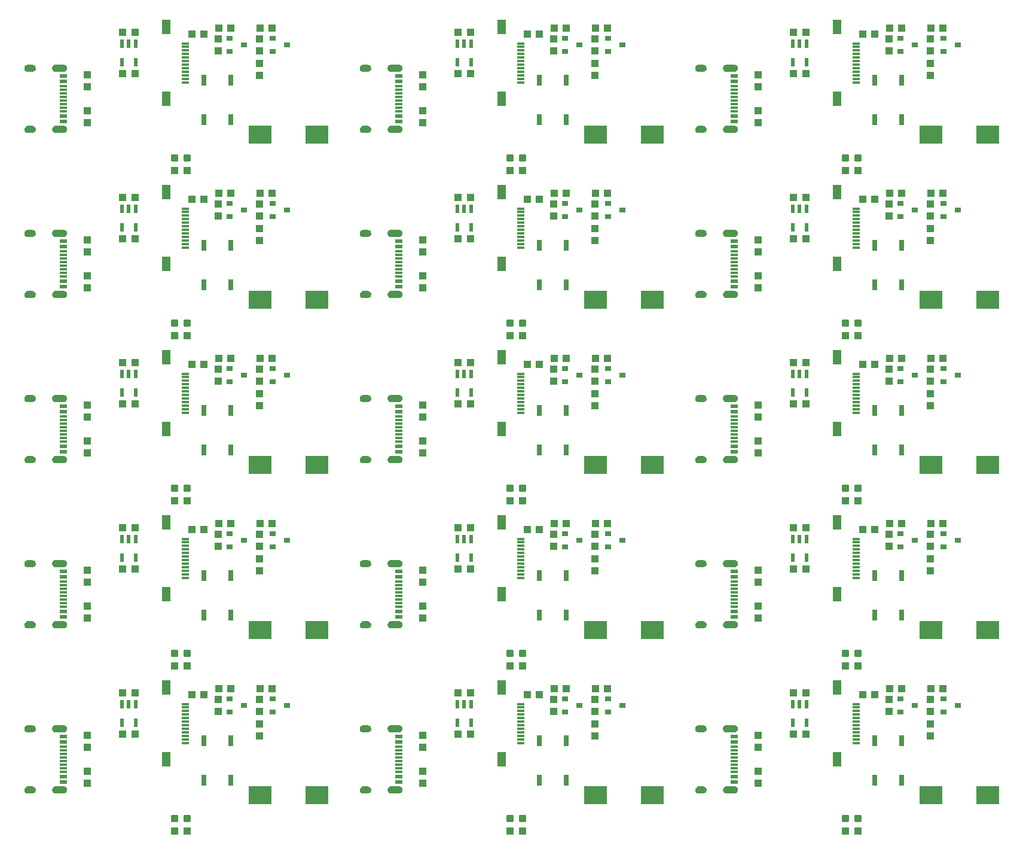
<source format=gtp>
G04 EAGLE Gerber RS-274X export*
G75*
%MOMM*%
%FSLAX34Y34*%
%LPD*%
%INSolderpaste Top*%
%IPPOS*%
%AMOC8*
5,1,8,0,0,1.08239X$1,22.5*%
G01*
%ADD10R,1.100000X1.000000*%
%ADD11R,1.000000X0.300000*%
%ADD12R,1.300000X2.000000*%
%ADD13R,1.000000X0.600000*%
%ADD14R,0.550000X1.200000*%
%ADD15R,1.000000X1.100000*%
%ADD16R,0.900000X0.800000*%
%ADD17R,3.200000X2.500000*%
%ADD18C,0.300000*%
%ADD19R,0.762000X1.524000*%

G36*
X535285Y1000774D02*
X535285Y1000774D01*
X535288Y1000771D01*
X536383Y1000951D01*
X536389Y1000957D01*
X536394Y1000954D01*
X537422Y1001373D01*
X537426Y1001380D01*
X537431Y1001378D01*
X538340Y1002016D01*
X538343Y1002023D01*
X538348Y1002023D01*
X539092Y1002846D01*
X539093Y1002854D01*
X539099Y1002855D01*
X539641Y1003823D01*
X539640Y1003832D01*
X539646Y1003834D01*
X539959Y1004898D01*
X539956Y1004906D01*
X539961Y1004909D01*
X540029Y1006017D01*
X540025Y1006024D01*
X540029Y1006027D01*
X539859Y1007135D01*
X539853Y1007141D01*
X539856Y1007146D01*
X539444Y1008188D01*
X539437Y1008192D01*
X539439Y1008197D01*
X538805Y1009122D01*
X538797Y1009124D01*
X538798Y1009130D01*
X537975Y1009890D01*
X537966Y1009891D01*
X537966Y1009897D01*
X536994Y1010454D01*
X536986Y1010453D01*
X536984Y1010459D01*
X535912Y1010786D01*
X535904Y1010783D01*
X535901Y1010788D01*
X534784Y1010869D01*
X534781Y1010868D01*
X534780Y1010869D01*
X522780Y1010869D01*
X522777Y1010867D01*
X522770Y1010867D01*
X522769Y1010868D01*
X521825Y1010649D01*
X521819Y1010643D01*
X521814Y1010645D01*
X520942Y1010222D01*
X520939Y1010214D01*
X520933Y1010216D01*
X520177Y1009609D01*
X520175Y1009601D01*
X520169Y1009601D01*
X519568Y1008841D01*
X519568Y1008832D01*
X519562Y1008831D01*
X519144Y1007956D01*
X519146Y1007948D01*
X519141Y1007946D01*
X518929Y1007000D01*
X518932Y1006993D01*
X518927Y1006989D01*
X518931Y1006020D01*
X518931Y1006019D01*
X518950Y1004951D01*
X518955Y1004944D01*
X518951Y1004940D01*
X519207Y1003903D01*
X519214Y1003898D01*
X519211Y1003892D01*
X519692Y1002938D01*
X519699Y1002935D01*
X519698Y1002929D01*
X520379Y1002106D01*
X520387Y1002104D01*
X520387Y1002098D01*
X521234Y1001447D01*
X521242Y1001447D01*
X521243Y1001441D01*
X522214Y1000994D01*
X522222Y1000996D01*
X522224Y1000991D01*
X523270Y1000772D01*
X523277Y1000775D01*
X523280Y1000771D01*
X535280Y1000771D01*
X535285Y1000774D01*
G37*
G36*
X60305Y299734D02*
X60305Y299734D01*
X60308Y299731D01*
X61403Y299911D01*
X61409Y299917D01*
X61414Y299914D01*
X62442Y300333D01*
X62446Y300340D01*
X62451Y300338D01*
X63360Y300976D01*
X63363Y300983D01*
X63368Y300983D01*
X64112Y301806D01*
X64113Y301814D01*
X64119Y301815D01*
X64661Y302783D01*
X64660Y302792D01*
X64666Y302794D01*
X64979Y303858D01*
X64976Y303866D01*
X64981Y303869D01*
X65049Y304977D01*
X65045Y304984D01*
X65049Y304987D01*
X64879Y306095D01*
X64873Y306101D01*
X64876Y306106D01*
X64464Y307148D01*
X64457Y307152D01*
X64459Y307157D01*
X63825Y308082D01*
X63817Y308084D01*
X63818Y308090D01*
X62995Y308850D01*
X62986Y308851D01*
X62986Y308857D01*
X62014Y309414D01*
X62006Y309413D01*
X62004Y309419D01*
X60932Y309746D01*
X60924Y309743D01*
X60921Y309748D01*
X59804Y309829D01*
X59801Y309828D01*
X59800Y309829D01*
X47800Y309829D01*
X47797Y309827D01*
X47790Y309827D01*
X47789Y309828D01*
X46845Y309609D01*
X46839Y309603D01*
X46834Y309605D01*
X45962Y309182D01*
X45959Y309174D01*
X45953Y309176D01*
X45197Y308569D01*
X45195Y308561D01*
X45189Y308561D01*
X44588Y307801D01*
X44588Y307792D01*
X44582Y307791D01*
X44164Y306916D01*
X44166Y306908D01*
X44161Y306906D01*
X43949Y305960D01*
X43952Y305953D01*
X43947Y305949D01*
X43951Y304980D01*
X43951Y304979D01*
X43970Y303911D01*
X43975Y303904D01*
X43971Y303900D01*
X44227Y302863D01*
X44234Y302858D01*
X44231Y302852D01*
X44712Y301898D01*
X44719Y301895D01*
X44718Y301889D01*
X45399Y301066D01*
X45407Y301064D01*
X45407Y301058D01*
X46254Y300407D01*
X46262Y300407D01*
X46263Y300401D01*
X47234Y299954D01*
X47242Y299956D01*
X47244Y299951D01*
X48290Y299732D01*
X48297Y299735D01*
X48300Y299731D01*
X60300Y299731D01*
X60305Y299734D01*
G37*
G36*
X1010265Y299734D02*
X1010265Y299734D01*
X1010268Y299731D01*
X1011363Y299911D01*
X1011369Y299917D01*
X1011374Y299914D01*
X1012402Y300333D01*
X1012406Y300340D01*
X1012411Y300338D01*
X1013320Y300976D01*
X1013323Y300983D01*
X1013328Y300983D01*
X1014072Y301806D01*
X1014073Y301814D01*
X1014079Y301815D01*
X1014621Y302783D01*
X1014620Y302792D01*
X1014626Y302794D01*
X1014939Y303858D01*
X1014936Y303866D01*
X1014941Y303869D01*
X1015009Y304977D01*
X1015005Y304984D01*
X1015009Y304987D01*
X1014839Y306095D01*
X1014833Y306101D01*
X1014836Y306106D01*
X1014424Y307148D01*
X1014417Y307152D01*
X1014419Y307157D01*
X1013785Y308082D01*
X1013777Y308084D01*
X1013778Y308090D01*
X1012955Y308850D01*
X1012946Y308851D01*
X1012946Y308857D01*
X1011974Y309414D01*
X1011966Y309413D01*
X1011964Y309419D01*
X1010892Y309746D01*
X1010884Y309743D01*
X1010881Y309748D01*
X1009764Y309829D01*
X1009761Y309828D01*
X1009760Y309829D01*
X997760Y309829D01*
X997757Y309827D01*
X997750Y309827D01*
X997749Y309828D01*
X996805Y309609D01*
X996799Y309603D01*
X996794Y309605D01*
X995922Y309182D01*
X995919Y309174D01*
X995913Y309176D01*
X995157Y308569D01*
X995155Y308561D01*
X995149Y308561D01*
X994548Y307801D01*
X994548Y307792D01*
X994542Y307791D01*
X994124Y306916D01*
X994126Y306908D01*
X994121Y306906D01*
X993909Y305960D01*
X993912Y305953D01*
X993907Y305949D01*
X993911Y304980D01*
X993911Y304979D01*
X993930Y303911D01*
X993935Y303904D01*
X993931Y303900D01*
X994187Y302863D01*
X994194Y302858D01*
X994191Y302852D01*
X994672Y301898D01*
X994679Y301895D01*
X994678Y301889D01*
X995359Y301066D01*
X995367Y301064D01*
X995367Y301058D01*
X996214Y300407D01*
X996222Y300407D01*
X996223Y300401D01*
X997194Y299954D01*
X997202Y299956D01*
X997204Y299951D01*
X998250Y299732D01*
X998257Y299735D01*
X998260Y299731D01*
X1010260Y299731D01*
X1010265Y299734D01*
G37*
G36*
X535285Y66054D02*
X535285Y66054D01*
X535288Y66051D01*
X536383Y66231D01*
X536389Y66237D01*
X536394Y66234D01*
X537422Y66653D01*
X537426Y66660D01*
X537431Y66658D01*
X538340Y67296D01*
X538343Y67303D01*
X538348Y67303D01*
X539092Y68126D01*
X539093Y68134D01*
X539099Y68135D01*
X539641Y69103D01*
X539640Y69112D01*
X539646Y69114D01*
X539959Y70178D01*
X539956Y70186D01*
X539961Y70189D01*
X540029Y71297D01*
X540025Y71304D01*
X540029Y71307D01*
X539859Y72415D01*
X539853Y72421D01*
X539856Y72426D01*
X539444Y73468D01*
X539437Y73472D01*
X539439Y73477D01*
X538805Y74402D01*
X538797Y74404D01*
X538798Y74410D01*
X537975Y75170D01*
X537966Y75171D01*
X537966Y75177D01*
X536994Y75734D01*
X536986Y75733D01*
X536984Y75739D01*
X535912Y76066D01*
X535904Y76063D01*
X535901Y76068D01*
X534784Y76149D01*
X534781Y76148D01*
X534780Y76149D01*
X522780Y76149D01*
X522777Y76147D01*
X522770Y76147D01*
X522769Y76148D01*
X521825Y75929D01*
X521819Y75923D01*
X521814Y75925D01*
X520942Y75502D01*
X520939Y75494D01*
X520933Y75496D01*
X520177Y74889D01*
X520175Y74881D01*
X520169Y74881D01*
X519568Y74121D01*
X519568Y74112D01*
X519562Y74111D01*
X519144Y73236D01*
X519146Y73228D01*
X519141Y73226D01*
X518929Y72280D01*
X518932Y72273D01*
X518927Y72269D01*
X518931Y71300D01*
X518931Y71299D01*
X518950Y70231D01*
X518955Y70224D01*
X518951Y70220D01*
X519207Y69183D01*
X519214Y69178D01*
X519211Y69172D01*
X519692Y68218D01*
X519699Y68215D01*
X519698Y68209D01*
X520379Y67386D01*
X520387Y67384D01*
X520387Y67378D01*
X521234Y66727D01*
X521242Y66727D01*
X521243Y66721D01*
X522214Y66274D01*
X522222Y66276D01*
X522224Y66271D01*
X523270Y66052D01*
X523277Y66055D01*
X523280Y66051D01*
X535280Y66051D01*
X535285Y66054D01*
G37*
G36*
X1010265Y66054D02*
X1010265Y66054D01*
X1010268Y66051D01*
X1011363Y66231D01*
X1011369Y66237D01*
X1011374Y66234D01*
X1012402Y66653D01*
X1012406Y66660D01*
X1012411Y66658D01*
X1013320Y67296D01*
X1013323Y67303D01*
X1013328Y67303D01*
X1014072Y68126D01*
X1014073Y68134D01*
X1014079Y68135D01*
X1014621Y69103D01*
X1014620Y69112D01*
X1014626Y69114D01*
X1014939Y70178D01*
X1014936Y70186D01*
X1014941Y70189D01*
X1015009Y71297D01*
X1015005Y71304D01*
X1015009Y71307D01*
X1014839Y72415D01*
X1014833Y72421D01*
X1014836Y72426D01*
X1014424Y73468D01*
X1014417Y73472D01*
X1014419Y73477D01*
X1013785Y74402D01*
X1013777Y74404D01*
X1013778Y74410D01*
X1012955Y75170D01*
X1012946Y75171D01*
X1012946Y75177D01*
X1011974Y75734D01*
X1011966Y75733D01*
X1011964Y75739D01*
X1010892Y76066D01*
X1010884Y76063D01*
X1010881Y76068D01*
X1009764Y76149D01*
X1009761Y76148D01*
X1009760Y76149D01*
X997760Y76149D01*
X997757Y76147D01*
X997750Y76147D01*
X997749Y76148D01*
X996805Y75929D01*
X996799Y75923D01*
X996794Y75925D01*
X995922Y75502D01*
X995919Y75494D01*
X995913Y75496D01*
X995157Y74889D01*
X995155Y74881D01*
X995149Y74881D01*
X994548Y74121D01*
X994548Y74112D01*
X994542Y74111D01*
X994124Y73236D01*
X994126Y73228D01*
X994121Y73226D01*
X993909Y72280D01*
X993912Y72273D01*
X993907Y72269D01*
X993911Y71300D01*
X993911Y71299D01*
X993930Y70231D01*
X993935Y70224D01*
X993931Y70220D01*
X994187Y69183D01*
X994194Y69178D01*
X994191Y69172D01*
X994672Y68218D01*
X994679Y68215D01*
X994678Y68209D01*
X995359Y67386D01*
X995367Y67384D01*
X995367Y67378D01*
X996214Y66727D01*
X996222Y66727D01*
X996223Y66721D01*
X997194Y66274D01*
X997202Y66276D01*
X997204Y66271D01*
X998250Y66052D01*
X998257Y66055D01*
X998260Y66051D01*
X1010260Y66051D01*
X1010265Y66054D01*
G37*
G36*
X535285Y767094D02*
X535285Y767094D01*
X535288Y767091D01*
X536383Y767271D01*
X536389Y767277D01*
X536394Y767274D01*
X537422Y767693D01*
X537426Y767700D01*
X537431Y767698D01*
X538340Y768336D01*
X538343Y768343D01*
X538348Y768343D01*
X539092Y769166D01*
X539093Y769174D01*
X539099Y769175D01*
X539641Y770143D01*
X539640Y770152D01*
X539646Y770154D01*
X539959Y771218D01*
X539956Y771226D01*
X539961Y771229D01*
X540029Y772337D01*
X540025Y772344D01*
X540029Y772347D01*
X539859Y773455D01*
X539853Y773461D01*
X539856Y773466D01*
X539444Y774508D01*
X539437Y774512D01*
X539439Y774517D01*
X538805Y775442D01*
X538797Y775444D01*
X538798Y775450D01*
X537975Y776210D01*
X537966Y776211D01*
X537966Y776217D01*
X536994Y776774D01*
X536986Y776773D01*
X536984Y776779D01*
X535912Y777106D01*
X535904Y777103D01*
X535901Y777108D01*
X534784Y777189D01*
X534781Y777188D01*
X534780Y777189D01*
X522780Y777189D01*
X522777Y777187D01*
X522770Y777187D01*
X522769Y777188D01*
X521825Y776969D01*
X521819Y776963D01*
X521814Y776965D01*
X520942Y776542D01*
X520939Y776534D01*
X520933Y776536D01*
X520177Y775929D01*
X520175Y775921D01*
X520169Y775921D01*
X519568Y775161D01*
X519568Y775152D01*
X519562Y775151D01*
X519144Y774276D01*
X519146Y774268D01*
X519141Y774266D01*
X518929Y773320D01*
X518932Y773313D01*
X518927Y773309D01*
X518931Y772340D01*
X518931Y772339D01*
X518950Y771271D01*
X518955Y771264D01*
X518951Y771260D01*
X519207Y770223D01*
X519214Y770218D01*
X519211Y770212D01*
X519692Y769258D01*
X519699Y769255D01*
X519698Y769249D01*
X520379Y768426D01*
X520387Y768424D01*
X520387Y768418D01*
X521234Y767767D01*
X521242Y767767D01*
X521243Y767761D01*
X522214Y767314D01*
X522222Y767316D01*
X522224Y767311D01*
X523270Y767092D01*
X523277Y767095D01*
X523280Y767091D01*
X535280Y767091D01*
X535285Y767094D01*
G37*
G36*
X1010265Y1000774D02*
X1010265Y1000774D01*
X1010268Y1000771D01*
X1011363Y1000951D01*
X1011369Y1000957D01*
X1011374Y1000954D01*
X1012402Y1001373D01*
X1012406Y1001380D01*
X1012411Y1001378D01*
X1013320Y1002016D01*
X1013323Y1002023D01*
X1013328Y1002023D01*
X1014072Y1002846D01*
X1014073Y1002854D01*
X1014079Y1002855D01*
X1014621Y1003823D01*
X1014620Y1003832D01*
X1014626Y1003834D01*
X1014939Y1004898D01*
X1014936Y1004906D01*
X1014941Y1004909D01*
X1015009Y1006017D01*
X1015005Y1006024D01*
X1015009Y1006027D01*
X1014839Y1007135D01*
X1014833Y1007141D01*
X1014836Y1007146D01*
X1014424Y1008188D01*
X1014417Y1008192D01*
X1014419Y1008197D01*
X1013785Y1009122D01*
X1013777Y1009124D01*
X1013778Y1009130D01*
X1012955Y1009890D01*
X1012946Y1009891D01*
X1012946Y1009897D01*
X1011974Y1010454D01*
X1011966Y1010453D01*
X1011964Y1010459D01*
X1010892Y1010786D01*
X1010884Y1010783D01*
X1010881Y1010788D01*
X1009764Y1010869D01*
X1009761Y1010868D01*
X1009760Y1010869D01*
X997760Y1010869D01*
X997757Y1010867D01*
X997750Y1010867D01*
X997749Y1010868D01*
X996805Y1010649D01*
X996799Y1010643D01*
X996794Y1010645D01*
X995922Y1010222D01*
X995919Y1010214D01*
X995913Y1010216D01*
X995157Y1009609D01*
X995155Y1009601D01*
X995149Y1009601D01*
X994548Y1008841D01*
X994548Y1008832D01*
X994542Y1008831D01*
X994124Y1007956D01*
X994126Y1007948D01*
X994121Y1007946D01*
X993909Y1007000D01*
X993912Y1006993D01*
X993907Y1006989D01*
X993911Y1006020D01*
X993911Y1006019D01*
X993930Y1004951D01*
X993935Y1004944D01*
X993931Y1004940D01*
X994187Y1003903D01*
X994194Y1003898D01*
X994191Y1003892D01*
X994672Y1002938D01*
X994679Y1002935D01*
X994678Y1002929D01*
X995359Y1002106D01*
X995367Y1002104D01*
X995367Y1002098D01*
X996214Y1001447D01*
X996222Y1001447D01*
X996223Y1001441D01*
X997194Y1000994D01*
X997202Y1000996D01*
X997204Y1000991D01*
X998250Y1000772D01*
X998257Y1000775D01*
X998260Y1000771D01*
X1010260Y1000771D01*
X1010265Y1000774D01*
G37*
G36*
X1010265Y533414D02*
X1010265Y533414D01*
X1010268Y533411D01*
X1011363Y533591D01*
X1011369Y533597D01*
X1011374Y533594D01*
X1012402Y534013D01*
X1012406Y534020D01*
X1012411Y534018D01*
X1013320Y534656D01*
X1013323Y534663D01*
X1013328Y534663D01*
X1014072Y535486D01*
X1014073Y535494D01*
X1014079Y535495D01*
X1014621Y536463D01*
X1014620Y536472D01*
X1014626Y536474D01*
X1014939Y537538D01*
X1014936Y537546D01*
X1014941Y537549D01*
X1015009Y538657D01*
X1015005Y538664D01*
X1015009Y538667D01*
X1014839Y539775D01*
X1014833Y539781D01*
X1014836Y539786D01*
X1014424Y540828D01*
X1014417Y540832D01*
X1014419Y540837D01*
X1013785Y541762D01*
X1013777Y541764D01*
X1013778Y541770D01*
X1012955Y542530D01*
X1012946Y542531D01*
X1012946Y542537D01*
X1011974Y543094D01*
X1011966Y543093D01*
X1011964Y543099D01*
X1010892Y543426D01*
X1010884Y543423D01*
X1010881Y543428D01*
X1009764Y543509D01*
X1009761Y543508D01*
X1009760Y543509D01*
X997760Y543509D01*
X997757Y543507D01*
X997750Y543507D01*
X997749Y543508D01*
X996805Y543289D01*
X996799Y543283D01*
X996794Y543285D01*
X995922Y542862D01*
X995919Y542854D01*
X995913Y542856D01*
X995157Y542249D01*
X995155Y542241D01*
X995149Y542241D01*
X994548Y541481D01*
X994548Y541472D01*
X994542Y541471D01*
X994124Y540596D01*
X994126Y540588D01*
X994121Y540586D01*
X993909Y539640D01*
X993912Y539633D01*
X993907Y539629D01*
X993911Y538660D01*
X993911Y538659D01*
X993930Y537591D01*
X993935Y537584D01*
X993931Y537580D01*
X994187Y536543D01*
X994194Y536538D01*
X994191Y536532D01*
X994672Y535578D01*
X994679Y535575D01*
X994678Y535569D01*
X995359Y534746D01*
X995367Y534744D01*
X995367Y534738D01*
X996214Y534087D01*
X996222Y534087D01*
X996223Y534081D01*
X997194Y533634D01*
X997202Y533636D01*
X997204Y533631D01*
X998250Y533412D01*
X998257Y533415D01*
X998260Y533411D01*
X1010260Y533411D01*
X1010265Y533414D01*
G37*
G36*
X60305Y66054D02*
X60305Y66054D01*
X60308Y66051D01*
X61403Y66231D01*
X61409Y66237D01*
X61414Y66234D01*
X62442Y66653D01*
X62446Y66660D01*
X62451Y66658D01*
X63360Y67296D01*
X63363Y67303D01*
X63368Y67303D01*
X64112Y68126D01*
X64113Y68134D01*
X64119Y68135D01*
X64661Y69103D01*
X64660Y69112D01*
X64666Y69114D01*
X64979Y70178D01*
X64976Y70186D01*
X64981Y70189D01*
X65049Y71297D01*
X65045Y71304D01*
X65049Y71307D01*
X64879Y72415D01*
X64873Y72421D01*
X64876Y72426D01*
X64464Y73468D01*
X64457Y73472D01*
X64459Y73477D01*
X63825Y74402D01*
X63817Y74404D01*
X63818Y74410D01*
X62995Y75170D01*
X62986Y75171D01*
X62986Y75177D01*
X62014Y75734D01*
X62006Y75733D01*
X62004Y75739D01*
X60932Y76066D01*
X60924Y76063D01*
X60921Y76068D01*
X59804Y76149D01*
X59801Y76148D01*
X59800Y76149D01*
X47800Y76149D01*
X47797Y76147D01*
X47790Y76147D01*
X47789Y76148D01*
X46845Y75929D01*
X46839Y75923D01*
X46834Y75925D01*
X45962Y75502D01*
X45959Y75494D01*
X45953Y75496D01*
X45197Y74889D01*
X45195Y74881D01*
X45189Y74881D01*
X44588Y74121D01*
X44588Y74112D01*
X44582Y74111D01*
X44164Y73236D01*
X44166Y73228D01*
X44161Y73226D01*
X43949Y72280D01*
X43952Y72273D01*
X43947Y72269D01*
X43951Y71300D01*
X43951Y71299D01*
X43970Y70231D01*
X43975Y70224D01*
X43971Y70220D01*
X44227Y69183D01*
X44234Y69178D01*
X44231Y69172D01*
X44712Y68218D01*
X44719Y68215D01*
X44718Y68209D01*
X45399Y67386D01*
X45407Y67384D01*
X45407Y67378D01*
X46254Y66727D01*
X46262Y66727D01*
X46263Y66721D01*
X47234Y66274D01*
X47242Y66276D01*
X47244Y66271D01*
X48290Y66052D01*
X48297Y66055D01*
X48300Y66051D01*
X60300Y66051D01*
X60305Y66054D01*
G37*
G36*
X535285Y533414D02*
X535285Y533414D01*
X535288Y533411D01*
X536383Y533591D01*
X536389Y533597D01*
X536394Y533594D01*
X537422Y534013D01*
X537426Y534020D01*
X537431Y534018D01*
X538340Y534656D01*
X538343Y534663D01*
X538348Y534663D01*
X539092Y535486D01*
X539093Y535494D01*
X539099Y535495D01*
X539641Y536463D01*
X539640Y536472D01*
X539646Y536474D01*
X539959Y537538D01*
X539956Y537546D01*
X539961Y537549D01*
X540029Y538657D01*
X540025Y538664D01*
X540029Y538667D01*
X539859Y539775D01*
X539853Y539781D01*
X539856Y539786D01*
X539444Y540828D01*
X539437Y540832D01*
X539439Y540837D01*
X538805Y541762D01*
X538797Y541764D01*
X538798Y541770D01*
X537975Y542530D01*
X537966Y542531D01*
X537966Y542537D01*
X536994Y543094D01*
X536986Y543093D01*
X536984Y543099D01*
X535912Y543426D01*
X535904Y543423D01*
X535901Y543428D01*
X534784Y543509D01*
X534781Y543508D01*
X534780Y543509D01*
X522780Y543509D01*
X522777Y543507D01*
X522770Y543507D01*
X522769Y543508D01*
X521825Y543289D01*
X521819Y543283D01*
X521814Y543285D01*
X520942Y542862D01*
X520939Y542854D01*
X520933Y542856D01*
X520177Y542249D01*
X520175Y542241D01*
X520169Y542241D01*
X519568Y541481D01*
X519568Y541472D01*
X519562Y541471D01*
X519144Y540596D01*
X519146Y540588D01*
X519141Y540586D01*
X518929Y539640D01*
X518932Y539633D01*
X518927Y539629D01*
X518931Y538660D01*
X518931Y538659D01*
X518950Y537591D01*
X518955Y537584D01*
X518951Y537580D01*
X519207Y536543D01*
X519214Y536538D01*
X519211Y536532D01*
X519692Y535578D01*
X519699Y535575D01*
X519698Y535569D01*
X520379Y534746D01*
X520387Y534744D01*
X520387Y534738D01*
X521234Y534087D01*
X521242Y534087D01*
X521243Y534081D01*
X522214Y533634D01*
X522222Y533636D01*
X522224Y533631D01*
X523270Y533412D01*
X523277Y533415D01*
X523280Y533411D01*
X535280Y533411D01*
X535285Y533414D01*
G37*
G36*
X1010265Y767094D02*
X1010265Y767094D01*
X1010268Y767091D01*
X1011363Y767271D01*
X1011369Y767277D01*
X1011374Y767274D01*
X1012402Y767693D01*
X1012406Y767700D01*
X1012411Y767698D01*
X1013320Y768336D01*
X1013323Y768343D01*
X1013328Y768343D01*
X1014072Y769166D01*
X1014073Y769174D01*
X1014079Y769175D01*
X1014621Y770143D01*
X1014620Y770152D01*
X1014626Y770154D01*
X1014939Y771218D01*
X1014936Y771226D01*
X1014941Y771229D01*
X1015009Y772337D01*
X1015005Y772344D01*
X1015009Y772347D01*
X1014839Y773455D01*
X1014833Y773461D01*
X1014836Y773466D01*
X1014424Y774508D01*
X1014417Y774512D01*
X1014419Y774517D01*
X1013785Y775442D01*
X1013777Y775444D01*
X1013778Y775450D01*
X1012955Y776210D01*
X1012946Y776211D01*
X1012946Y776217D01*
X1011974Y776774D01*
X1011966Y776773D01*
X1011964Y776779D01*
X1010892Y777106D01*
X1010884Y777103D01*
X1010881Y777108D01*
X1009764Y777189D01*
X1009761Y777188D01*
X1009760Y777189D01*
X997760Y777189D01*
X997757Y777187D01*
X997750Y777187D01*
X997749Y777188D01*
X996805Y776969D01*
X996799Y776963D01*
X996794Y776965D01*
X995922Y776542D01*
X995919Y776534D01*
X995913Y776536D01*
X995157Y775929D01*
X995155Y775921D01*
X995149Y775921D01*
X994548Y775161D01*
X994548Y775152D01*
X994542Y775151D01*
X994124Y774276D01*
X994126Y774268D01*
X994121Y774266D01*
X993909Y773320D01*
X993912Y773313D01*
X993907Y773309D01*
X993911Y772340D01*
X993911Y772339D01*
X993930Y771271D01*
X993935Y771264D01*
X993931Y771260D01*
X994187Y770223D01*
X994194Y770218D01*
X994191Y770212D01*
X994672Y769258D01*
X994679Y769255D01*
X994678Y769249D01*
X995359Y768426D01*
X995367Y768424D01*
X995367Y768418D01*
X996214Y767767D01*
X996222Y767767D01*
X996223Y767761D01*
X997194Y767314D01*
X997202Y767316D01*
X997204Y767311D01*
X998250Y767092D01*
X998257Y767095D01*
X998260Y767091D01*
X1010260Y767091D01*
X1010265Y767094D01*
G37*
G36*
X60305Y1000774D02*
X60305Y1000774D01*
X60308Y1000771D01*
X61403Y1000951D01*
X61409Y1000957D01*
X61414Y1000954D01*
X62442Y1001373D01*
X62446Y1001380D01*
X62451Y1001378D01*
X63360Y1002016D01*
X63363Y1002023D01*
X63368Y1002023D01*
X64112Y1002846D01*
X64113Y1002854D01*
X64119Y1002855D01*
X64661Y1003823D01*
X64660Y1003832D01*
X64666Y1003834D01*
X64979Y1004898D01*
X64976Y1004906D01*
X64981Y1004909D01*
X65049Y1006017D01*
X65045Y1006024D01*
X65049Y1006027D01*
X64879Y1007135D01*
X64873Y1007141D01*
X64876Y1007146D01*
X64464Y1008188D01*
X64457Y1008192D01*
X64459Y1008197D01*
X63825Y1009122D01*
X63817Y1009124D01*
X63818Y1009130D01*
X62995Y1009890D01*
X62986Y1009891D01*
X62986Y1009897D01*
X62014Y1010454D01*
X62006Y1010453D01*
X62004Y1010459D01*
X60932Y1010786D01*
X60924Y1010783D01*
X60921Y1010788D01*
X59804Y1010869D01*
X59801Y1010868D01*
X59800Y1010869D01*
X47800Y1010869D01*
X47797Y1010867D01*
X47790Y1010867D01*
X47789Y1010868D01*
X46845Y1010649D01*
X46839Y1010643D01*
X46834Y1010645D01*
X45962Y1010222D01*
X45959Y1010214D01*
X45953Y1010216D01*
X45197Y1009609D01*
X45195Y1009601D01*
X45189Y1009601D01*
X44588Y1008841D01*
X44588Y1008832D01*
X44582Y1008831D01*
X44164Y1007956D01*
X44166Y1007948D01*
X44161Y1007946D01*
X43949Y1007000D01*
X43952Y1006993D01*
X43947Y1006989D01*
X43951Y1006020D01*
X43951Y1006019D01*
X43970Y1004951D01*
X43975Y1004944D01*
X43971Y1004940D01*
X44227Y1003903D01*
X44234Y1003898D01*
X44231Y1003892D01*
X44712Y1002938D01*
X44719Y1002935D01*
X44718Y1002929D01*
X45399Y1002106D01*
X45407Y1002104D01*
X45407Y1002098D01*
X46254Y1001447D01*
X46262Y1001447D01*
X46263Y1001441D01*
X47234Y1000994D01*
X47242Y1000996D01*
X47244Y1000991D01*
X48290Y1000772D01*
X48297Y1000775D01*
X48300Y1000771D01*
X60300Y1000771D01*
X60305Y1000774D01*
G37*
G36*
X60305Y767094D02*
X60305Y767094D01*
X60308Y767091D01*
X61403Y767271D01*
X61409Y767277D01*
X61414Y767274D01*
X62442Y767693D01*
X62446Y767700D01*
X62451Y767698D01*
X63360Y768336D01*
X63363Y768343D01*
X63368Y768343D01*
X64112Y769166D01*
X64113Y769174D01*
X64119Y769175D01*
X64661Y770143D01*
X64660Y770152D01*
X64666Y770154D01*
X64979Y771218D01*
X64976Y771226D01*
X64981Y771229D01*
X65049Y772337D01*
X65045Y772344D01*
X65049Y772347D01*
X64879Y773455D01*
X64873Y773461D01*
X64876Y773466D01*
X64464Y774508D01*
X64457Y774512D01*
X64459Y774517D01*
X63825Y775442D01*
X63817Y775444D01*
X63818Y775450D01*
X62995Y776210D01*
X62986Y776211D01*
X62986Y776217D01*
X62014Y776774D01*
X62006Y776773D01*
X62004Y776779D01*
X60932Y777106D01*
X60924Y777103D01*
X60921Y777108D01*
X59804Y777189D01*
X59801Y777188D01*
X59800Y777189D01*
X47800Y777189D01*
X47797Y777187D01*
X47790Y777187D01*
X47789Y777188D01*
X46845Y776969D01*
X46839Y776963D01*
X46834Y776965D01*
X45962Y776542D01*
X45959Y776534D01*
X45953Y776536D01*
X45197Y775929D01*
X45195Y775921D01*
X45189Y775921D01*
X44588Y775161D01*
X44588Y775152D01*
X44582Y775151D01*
X44164Y774276D01*
X44166Y774268D01*
X44161Y774266D01*
X43949Y773320D01*
X43952Y773313D01*
X43947Y773309D01*
X43951Y772340D01*
X43951Y772339D01*
X43970Y771271D01*
X43975Y771264D01*
X43971Y771260D01*
X44227Y770223D01*
X44234Y770218D01*
X44231Y770212D01*
X44712Y769258D01*
X44719Y769255D01*
X44718Y769249D01*
X45399Y768426D01*
X45407Y768424D01*
X45407Y768418D01*
X46254Y767767D01*
X46262Y767767D01*
X46263Y767761D01*
X47234Y767314D01*
X47242Y767316D01*
X47244Y767311D01*
X48290Y767092D01*
X48297Y767095D01*
X48300Y767091D01*
X60300Y767091D01*
X60305Y767094D01*
G37*
G36*
X60305Y533414D02*
X60305Y533414D01*
X60308Y533411D01*
X61403Y533591D01*
X61409Y533597D01*
X61414Y533594D01*
X62442Y534013D01*
X62446Y534020D01*
X62451Y534018D01*
X63360Y534656D01*
X63363Y534663D01*
X63368Y534663D01*
X64112Y535486D01*
X64113Y535494D01*
X64119Y535495D01*
X64661Y536463D01*
X64660Y536472D01*
X64666Y536474D01*
X64979Y537538D01*
X64976Y537546D01*
X64981Y537549D01*
X65049Y538657D01*
X65045Y538664D01*
X65049Y538667D01*
X64879Y539775D01*
X64873Y539781D01*
X64876Y539786D01*
X64464Y540828D01*
X64457Y540832D01*
X64459Y540837D01*
X63825Y541762D01*
X63817Y541764D01*
X63818Y541770D01*
X62995Y542530D01*
X62986Y542531D01*
X62986Y542537D01*
X62014Y543094D01*
X62006Y543093D01*
X62004Y543099D01*
X60932Y543426D01*
X60924Y543423D01*
X60921Y543428D01*
X59804Y543509D01*
X59801Y543508D01*
X59800Y543509D01*
X47800Y543509D01*
X47797Y543507D01*
X47790Y543507D01*
X47789Y543508D01*
X46845Y543289D01*
X46839Y543283D01*
X46834Y543285D01*
X45962Y542862D01*
X45959Y542854D01*
X45953Y542856D01*
X45197Y542249D01*
X45195Y542241D01*
X45189Y542241D01*
X44588Y541481D01*
X44588Y541472D01*
X44582Y541471D01*
X44164Y540596D01*
X44166Y540588D01*
X44161Y540586D01*
X43949Y539640D01*
X43952Y539633D01*
X43947Y539629D01*
X43951Y538660D01*
X43951Y538659D01*
X43970Y537591D01*
X43975Y537584D01*
X43971Y537580D01*
X44227Y536543D01*
X44234Y536538D01*
X44231Y536532D01*
X44712Y535578D01*
X44719Y535575D01*
X44718Y535569D01*
X45399Y534746D01*
X45407Y534744D01*
X45407Y534738D01*
X46254Y534087D01*
X46262Y534087D01*
X46263Y534081D01*
X47234Y533634D01*
X47242Y533636D01*
X47244Y533631D01*
X48290Y533412D01*
X48297Y533415D01*
X48300Y533411D01*
X60300Y533411D01*
X60305Y533414D01*
G37*
G36*
X535285Y299734D02*
X535285Y299734D01*
X535288Y299731D01*
X536383Y299911D01*
X536389Y299917D01*
X536394Y299914D01*
X537422Y300333D01*
X537426Y300340D01*
X537431Y300338D01*
X538340Y300976D01*
X538343Y300983D01*
X538348Y300983D01*
X539092Y301806D01*
X539093Y301814D01*
X539099Y301815D01*
X539641Y302783D01*
X539640Y302792D01*
X539646Y302794D01*
X539959Y303858D01*
X539956Y303866D01*
X539961Y303869D01*
X540029Y304977D01*
X540025Y304984D01*
X540029Y304987D01*
X539859Y306095D01*
X539853Y306101D01*
X539856Y306106D01*
X539444Y307148D01*
X539437Y307152D01*
X539439Y307157D01*
X538805Y308082D01*
X538797Y308084D01*
X538798Y308090D01*
X537975Y308850D01*
X537966Y308851D01*
X537966Y308857D01*
X536994Y309414D01*
X536986Y309413D01*
X536984Y309419D01*
X535912Y309746D01*
X535904Y309743D01*
X535901Y309748D01*
X534784Y309829D01*
X534781Y309828D01*
X534780Y309829D01*
X522780Y309829D01*
X522777Y309827D01*
X522770Y309827D01*
X522769Y309828D01*
X521825Y309609D01*
X521819Y309603D01*
X521814Y309605D01*
X520942Y309182D01*
X520939Y309174D01*
X520933Y309176D01*
X520177Y308569D01*
X520175Y308561D01*
X520169Y308561D01*
X519568Y307801D01*
X519568Y307792D01*
X519562Y307791D01*
X519144Y306916D01*
X519146Y306908D01*
X519141Y306906D01*
X518929Y305960D01*
X518932Y305953D01*
X518927Y305949D01*
X518931Y304980D01*
X518931Y304979D01*
X518950Y303911D01*
X518955Y303904D01*
X518951Y303900D01*
X519207Y302863D01*
X519214Y302858D01*
X519211Y302852D01*
X519692Y301898D01*
X519699Y301895D01*
X519698Y301889D01*
X520379Y301066D01*
X520387Y301064D01*
X520387Y301058D01*
X521234Y300407D01*
X521242Y300407D01*
X521243Y300401D01*
X522214Y299954D01*
X522222Y299956D01*
X522224Y299951D01*
X523270Y299732D01*
X523277Y299735D01*
X523280Y299731D01*
X535280Y299731D01*
X535285Y299734D01*
G37*
G36*
X535285Y386135D02*
X535285Y386135D01*
X535288Y386131D01*
X536394Y386324D01*
X536399Y386329D01*
X536399Y386330D01*
X536404Y386327D01*
X537439Y386760D01*
X537443Y386767D01*
X537448Y386765D01*
X538361Y387418D01*
X538363Y387426D01*
X538369Y387425D01*
X539113Y388264D01*
X539114Y388273D01*
X539119Y388273D01*
X539658Y389257D01*
X539657Y389265D01*
X539658Y389266D01*
X539662Y389267D01*
X539663Y389269D01*
X539845Y389910D01*
X539969Y390346D01*
X539967Y390351D01*
X539969Y390353D01*
X539967Y390355D01*
X539971Y390357D01*
X540029Y391477D01*
X540026Y391482D01*
X540029Y391486D01*
X539911Y392531D01*
X539905Y392537D01*
X539909Y392542D01*
X539561Y393536D01*
X539554Y393540D01*
X539556Y393545D01*
X538996Y394437D01*
X538989Y394440D01*
X538989Y394445D01*
X538245Y395189D01*
X538237Y395191D01*
X538237Y395196D01*
X537345Y395756D01*
X537337Y395756D01*
X537336Y395761D01*
X536342Y396109D01*
X536334Y396106D01*
X536331Y396111D01*
X535286Y396229D01*
X535282Y396227D01*
X535280Y396229D01*
X523280Y396229D01*
X523277Y396227D01*
X523274Y396227D01*
X523272Y396229D01*
X522276Y396071D01*
X522270Y396065D01*
X522265Y396068D01*
X521329Y395693D01*
X521325Y395686D01*
X521319Y395688D01*
X520490Y395114D01*
X520487Y395106D01*
X520482Y395107D01*
X519801Y394363D01*
X519800Y394354D01*
X519794Y394354D01*
X519296Y393477D01*
X519297Y393469D01*
X519292Y393466D01*
X519104Y392842D01*
X519001Y392501D01*
X519002Y392498D01*
X519001Y392497D01*
X519004Y392493D01*
X518999Y392490D01*
X518931Y391483D01*
X518932Y391481D01*
X518931Y391480D01*
X518940Y390399D01*
X518945Y390392D01*
X518941Y390388D01*
X519191Y389336D01*
X519197Y389331D01*
X519194Y389326D01*
X519671Y388356D01*
X519679Y388353D01*
X519677Y388347D01*
X520358Y387508D01*
X520366Y387506D01*
X520366Y387500D01*
X521217Y386834D01*
X521225Y386833D01*
X521226Y386828D01*
X522203Y386367D01*
X522211Y386369D01*
X522214Y386364D01*
X523269Y386132D01*
X523277Y386135D01*
X523280Y386131D01*
X535280Y386131D01*
X535285Y386135D01*
G37*
G36*
X1010265Y1087175D02*
X1010265Y1087175D01*
X1010268Y1087171D01*
X1011374Y1087364D01*
X1011379Y1087369D01*
X1011379Y1087370D01*
X1011384Y1087367D01*
X1012419Y1087800D01*
X1012423Y1087807D01*
X1012428Y1087805D01*
X1013341Y1088458D01*
X1013343Y1088466D01*
X1013349Y1088465D01*
X1014093Y1089304D01*
X1014094Y1089313D01*
X1014099Y1089313D01*
X1014638Y1090297D01*
X1014637Y1090305D01*
X1014638Y1090306D01*
X1014642Y1090307D01*
X1014643Y1090309D01*
X1014825Y1090950D01*
X1014949Y1091386D01*
X1014947Y1091391D01*
X1014949Y1091393D01*
X1014947Y1091395D01*
X1014951Y1091397D01*
X1015009Y1092517D01*
X1015006Y1092522D01*
X1015009Y1092526D01*
X1014891Y1093571D01*
X1014885Y1093577D01*
X1014889Y1093582D01*
X1014541Y1094576D01*
X1014534Y1094580D01*
X1014536Y1094585D01*
X1013976Y1095477D01*
X1013969Y1095480D01*
X1013969Y1095485D01*
X1013225Y1096229D01*
X1013217Y1096231D01*
X1013217Y1096236D01*
X1012325Y1096796D01*
X1012317Y1096796D01*
X1012316Y1096801D01*
X1011322Y1097149D01*
X1011314Y1097146D01*
X1011311Y1097151D01*
X1010266Y1097269D01*
X1010262Y1097267D01*
X1010260Y1097269D01*
X998260Y1097269D01*
X998257Y1097267D01*
X998254Y1097267D01*
X998252Y1097269D01*
X997256Y1097111D01*
X997250Y1097105D01*
X997245Y1097108D01*
X996309Y1096733D01*
X996305Y1096726D01*
X996299Y1096728D01*
X995470Y1096154D01*
X995467Y1096146D01*
X995462Y1096147D01*
X994781Y1095403D01*
X994780Y1095394D01*
X994774Y1095394D01*
X994276Y1094517D01*
X994277Y1094509D01*
X994272Y1094506D01*
X994084Y1093882D01*
X993981Y1093541D01*
X993982Y1093538D01*
X993981Y1093537D01*
X993984Y1093533D01*
X993979Y1093530D01*
X993911Y1092523D01*
X993912Y1092521D01*
X993911Y1092520D01*
X993920Y1091439D01*
X993925Y1091432D01*
X993921Y1091428D01*
X994171Y1090376D01*
X994177Y1090371D01*
X994174Y1090366D01*
X994651Y1089396D01*
X994659Y1089393D01*
X994657Y1089387D01*
X995338Y1088548D01*
X995346Y1088546D01*
X995346Y1088540D01*
X996197Y1087874D01*
X996205Y1087873D01*
X996206Y1087868D01*
X997183Y1087407D01*
X997191Y1087409D01*
X997194Y1087404D01*
X998249Y1087172D01*
X998257Y1087175D01*
X998260Y1087171D01*
X1010260Y1087171D01*
X1010265Y1087175D01*
G37*
G36*
X535285Y1087175D02*
X535285Y1087175D01*
X535288Y1087171D01*
X536394Y1087364D01*
X536399Y1087369D01*
X536399Y1087370D01*
X536404Y1087367D01*
X537439Y1087800D01*
X537443Y1087807D01*
X537448Y1087805D01*
X538361Y1088458D01*
X538363Y1088466D01*
X538369Y1088465D01*
X539113Y1089304D01*
X539114Y1089313D01*
X539119Y1089313D01*
X539658Y1090297D01*
X539657Y1090305D01*
X539658Y1090306D01*
X539662Y1090307D01*
X539663Y1090309D01*
X539845Y1090950D01*
X539969Y1091386D01*
X539967Y1091391D01*
X539969Y1091393D01*
X539967Y1091395D01*
X539971Y1091397D01*
X540029Y1092517D01*
X540026Y1092522D01*
X540029Y1092526D01*
X539911Y1093571D01*
X539905Y1093577D01*
X539909Y1093582D01*
X539561Y1094576D01*
X539554Y1094580D01*
X539556Y1094585D01*
X538996Y1095477D01*
X538989Y1095480D01*
X538989Y1095485D01*
X538245Y1096229D01*
X538237Y1096231D01*
X538237Y1096236D01*
X537345Y1096796D01*
X537337Y1096796D01*
X537336Y1096801D01*
X536342Y1097149D01*
X536334Y1097146D01*
X536331Y1097151D01*
X535286Y1097269D01*
X535282Y1097267D01*
X535280Y1097269D01*
X523280Y1097269D01*
X523277Y1097267D01*
X523274Y1097267D01*
X523272Y1097269D01*
X522276Y1097111D01*
X522270Y1097105D01*
X522265Y1097108D01*
X521329Y1096733D01*
X521325Y1096726D01*
X521319Y1096728D01*
X520490Y1096154D01*
X520487Y1096146D01*
X520482Y1096147D01*
X519801Y1095403D01*
X519800Y1095394D01*
X519794Y1095394D01*
X519296Y1094517D01*
X519297Y1094509D01*
X519292Y1094506D01*
X519104Y1093882D01*
X519001Y1093541D01*
X519002Y1093538D01*
X519001Y1093537D01*
X519004Y1093533D01*
X518999Y1093530D01*
X518931Y1092523D01*
X518932Y1092521D01*
X518931Y1092520D01*
X518940Y1091439D01*
X518945Y1091432D01*
X518941Y1091428D01*
X519191Y1090376D01*
X519197Y1090371D01*
X519194Y1090366D01*
X519671Y1089396D01*
X519679Y1089393D01*
X519677Y1089387D01*
X520358Y1088548D01*
X520366Y1088546D01*
X520366Y1088540D01*
X521217Y1087874D01*
X521225Y1087873D01*
X521226Y1087868D01*
X522203Y1087407D01*
X522211Y1087409D01*
X522214Y1087404D01*
X523269Y1087172D01*
X523277Y1087175D01*
X523280Y1087171D01*
X535280Y1087171D01*
X535285Y1087175D01*
G37*
G36*
X60305Y1087175D02*
X60305Y1087175D01*
X60308Y1087171D01*
X61414Y1087364D01*
X61419Y1087369D01*
X61419Y1087370D01*
X61424Y1087367D01*
X62459Y1087800D01*
X62463Y1087807D01*
X62468Y1087805D01*
X63381Y1088458D01*
X63383Y1088466D01*
X63389Y1088465D01*
X64133Y1089304D01*
X64134Y1089313D01*
X64139Y1089313D01*
X64678Y1090297D01*
X64677Y1090305D01*
X64678Y1090306D01*
X64682Y1090307D01*
X64683Y1090309D01*
X64865Y1090950D01*
X64989Y1091386D01*
X64987Y1091391D01*
X64989Y1091393D01*
X64987Y1091395D01*
X64991Y1091397D01*
X65049Y1092517D01*
X65046Y1092522D01*
X65049Y1092526D01*
X64931Y1093571D01*
X64925Y1093577D01*
X64929Y1093582D01*
X64581Y1094576D01*
X64574Y1094580D01*
X64576Y1094585D01*
X64016Y1095477D01*
X64009Y1095480D01*
X64009Y1095485D01*
X63265Y1096229D01*
X63257Y1096231D01*
X63257Y1096236D01*
X62365Y1096796D01*
X62357Y1096796D01*
X62356Y1096801D01*
X61362Y1097149D01*
X61354Y1097146D01*
X61351Y1097151D01*
X60306Y1097269D01*
X60302Y1097267D01*
X60300Y1097269D01*
X48300Y1097269D01*
X48297Y1097267D01*
X48294Y1097267D01*
X48292Y1097269D01*
X47296Y1097111D01*
X47290Y1097105D01*
X47285Y1097108D01*
X46349Y1096733D01*
X46345Y1096726D01*
X46339Y1096728D01*
X45510Y1096154D01*
X45507Y1096146D01*
X45502Y1096147D01*
X44821Y1095403D01*
X44820Y1095394D01*
X44814Y1095394D01*
X44316Y1094517D01*
X44317Y1094509D01*
X44312Y1094506D01*
X44124Y1093882D01*
X44021Y1093541D01*
X44022Y1093538D01*
X44021Y1093537D01*
X44024Y1093533D01*
X44019Y1093530D01*
X43951Y1092523D01*
X43952Y1092521D01*
X43951Y1092520D01*
X43960Y1091439D01*
X43965Y1091432D01*
X43961Y1091428D01*
X44211Y1090376D01*
X44217Y1090371D01*
X44214Y1090366D01*
X44691Y1089396D01*
X44699Y1089393D01*
X44697Y1089387D01*
X45378Y1088548D01*
X45386Y1088546D01*
X45386Y1088540D01*
X46237Y1087874D01*
X46245Y1087873D01*
X46246Y1087868D01*
X47223Y1087407D01*
X47231Y1087409D01*
X47234Y1087404D01*
X48289Y1087172D01*
X48297Y1087175D01*
X48300Y1087171D01*
X60300Y1087171D01*
X60305Y1087175D01*
G37*
G36*
X535285Y152455D02*
X535285Y152455D01*
X535288Y152451D01*
X536394Y152644D01*
X536399Y152649D01*
X536399Y152650D01*
X536404Y152647D01*
X537439Y153080D01*
X537443Y153087D01*
X537448Y153085D01*
X538361Y153738D01*
X538363Y153746D01*
X538369Y153745D01*
X539113Y154584D01*
X539114Y154593D01*
X539119Y154593D01*
X539658Y155577D01*
X539657Y155585D01*
X539658Y155586D01*
X539662Y155587D01*
X539663Y155589D01*
X539845Y156230D01*
X539969Y156666D01*
X539967Y156671D01*
X539969Y156673D01*
X539967Y156675D01*
X539971Y156677D01*
X540029Y157797D01*
X540026Y157802D01*
X540029Y157806D01*
X539911Y158851D01*
X539905Y158857D01*
X539909Y158862D01*
X539561Y159856D01*
X539554Y159860D01*
X539556Y159865D01*
X538996Y160757D01*
X538989Y160760D01*
X538989Y160765D01*
X538245Y161509D01*
X538237Y161511D01*
X538237Y161516D01*
X537345Y162076D01*
X537337Y162076D01*
X537336Y162081D01*
X536342Y162429D01*
X536334Y162426D01*
X536331Y162431D01*
X535286Y162549D01*
X535282Y162547D01*
X535280Y162549D01*
X523280Y162549D01*
X523277Y162547D01*
X523274Y162547D01*
X523272Y162549D01*
X522276Y162391D01*
X522270Y162385D01*
X522265Y162388D01*
X521329Y162013D01*
X521325Y162006D01*
X521319Y162008D01*
X520490Y161434D01*
X520487Y161426D01*
X520482Y161427D01*
X519801Y160683D01*
X519800Y160674D01*
X519794Y160674D01*
X519296Y159797D01*
X519297Y159789D01*
X519292Y159786D01*
X519104Y159162D01*
X519001Y158821D01*
X519002Y158818D01*
X519001Y158817D01*
X519004Y158813D01*
X518999Y158810D01*
X518931Y157803D01*
X518932Y157801D01*
X518931Y157800D01*
X518940Y156719D01*
X518945Y156712D01*
X518941Y156708D01*
X519191Y155656D01*
X519197Y155651D01*
X519194Y155646D01*
X519671Y154676D01*
X519679Y154673D01*
X519677Y154667D01*
X520358Y153828D01*
X520366Y153826D01*
X520366Y153820D01*
X521217Y153154D01*
X521225Y153153D01*
X521226Y153148D01*
X522203Y152687D01*
X522211Y152689D01*
X522214Y152684D01*
X523269Y152452D01*
X523277Y152455D01*
X523280Y152451D01*
X535280Y152451D01*
X535285Y152455D01*
G37*
G36*
X60305Y619815D02*
X60305Y619815D01*
X60308Y619811D01*
X61414Y620004D01*
X61419Y620009D01*
X61419Y620010D01*
X61424Y620007D01*
X62459Y620440D01*
X62463Y620447D01*
X62468Y620445D01*
X63381Y621098D01*
X63383Y621106D01*
X63389Y621105D01*
X64133Y621944D01*
X64134Y621953D01*
X64139Y621953D01*
X64678Y622937D01*
X64677Y622945D01*
X64678Y622946D01*
X64682Y622947D01*
X64683Y622949D01*
X64865Y623590D01*
X64989Y624026D01*
X64987Y624031D01*
X64989Y624033D01*
X64987Y624035D01*
X64991Y624037D01*
X65049Y625157D01*
X65046Y625162D01*
X65049Y625166D01*
X64931Y626211D01*
X64925Y626217D01*
X64929Y626222D01*
X64581Y627216D01*
X64574Y627220D01*
X64576Y627225D01*
X64016Y628117D01*
X64009Y628120D01*
X64009Y628125D01*
X63265Y628869D01*
X63257Y628871D01*
X63257Y628876D01*
X62365Y629436D01*
X62357Y629436D01*
X62356Y629441D01*
X61362Y629789D01*
X61354Y629786D01*
X61351Y629791D01*
X60306Y629909D01*
X60302Y629907D01*
X60300Y629909D01*
X48300Y629909D01*
X48297Y629907D01*
X48294Y629907D01*
X48292Y629909D01*
X47296Y629751D01*
X47290Y629745D01*
X47285Y629748D01*
X46349Y629373D01*
X46345Y629366D01*
X46339Y629368D01*
X45510Y628794D01*
X45507Y628786D01*
X45502Y628787D01*
X44821Y628043D01*
X44820Y628034D01*
X44814Y628034D01*
X44316Y627157D01*
X44317Y627149D01*
X44312Y627146D01*
X44124Y626522D01*
X44021Y626181D01*
X44022Y626178D01*
X44021Y626177D01*
X44024Y626173D01*
X44019Y626170D01*
X43951Y625163D01*
X43952Y625161D01*
X43951Y625160D01*
X43960Y624079D01*
X43965Y624072D01*
X43961Y624068D01*
X44211Y623016D01*
X44217Y623011D01*
X44214Y623006D01*
X44691Y622036D01*
X44699Y622033D01*
X44697Y622027D01*
X45378Y621188D01*
X45386Y621186D01*
X45386Y621180D01*
X46237Y620514D01*
X46245Y620513D01*
X46246Y620508D01*
X47223Y620047D01*
X47231Y620049D01*
X47234Y620044D01*
X48289Y619812D01*
X48297Y619815D01*
X48300Y619811D01*
X60300Y619811D01*
X60305Y619815D01*
G37*
G36*
X535285Y619815D02*
X535285Y619815D01*
X535288Y619811D01*
X536394Y620004D01*
X536399Y620009D01*
X536399Y620010D01*
X536404Y620007D01*
X537439Y620440D01*
X537443Y620447D01*
X537448Y620445D01*
X538361Y621098D01*
X538363Y621106D01*
X538369Y621105D01*
X539113Y621944D01*
X539114Y621953D01*
X539119Y621953D01*
X539658Y622937D01*
X539657Y622945D01*
X539658Y622946D01*
X539662Y622947D01*
X539663Y622949D01*
X539845Y623590D01*
X539969Y624026D01*
X539967Y624031D01*
X539969Y624033D01*
X539967Y624035D01*
X539971Y624037D01*
X540029Y625157D01*
X540026Y625162D01*
X540029Y625166D01*
X539911Y626211D01*
X539905Y626217D01*
X539909Y626222D01*
X539561Y627216D01*
X539554Y627220D01*
X539556Y627225D01*
X538996Y628117D01*
X538989Y628120D01*
X538989Y628125D01*
X538245Y628869D01*
X538237Y628871D01*
X538237Y628876D01*
X537345Y629436D01*
X537337Y629436D01*
X537336Y629441D01*
X536342Y629789D01*
X536334Y629786D01*
X536331Y629791D01*
X535286Y629909D01*
X535282Y629907D01*
X535280Y629909D01*
X523280Y629909D01*
X523277Y629907D01*
X523274Y629907D01*
X523272Y629909D01*
X522276Y629751D01*
X522270Y629745D01*
X522265Y629748D01*
X521329Y629373D01*
X521325Y629366D01*
X521319Y629368D01*
X520490Y628794D01*
X520487Y628786D01*
X520482Y628787D01*
X519801Y628043D01*
X519800Y628034D01*
X519794Y628034D01*
X519296Y627157D01*
X519297Y627149D01*
X519292Y627146D01*
X519104Y626522D01*
X519001Y626181D01*
X519002Y626178D01*
X519001Y626177D01*
X519004Y626173D01*
X518999Y626170D01*
X518931Y625163D01*
X518932Y625161D01*
X518931Y625160D01*
X518940Y624079D01*
X518945Y624072D01*
X518941Y624068D01*
X519191Y623016D01*
X519197Y623011D01*
X519194Y623006D01*
X519671Y622036D01*
X519679Y622033D01*
X519677Y622027D01*
X520358Y621188D01*
X520366Y621186D01*
X520366Y621180D01*
X521217Y620514D01*
X521225Y620513D01*
X521226Y620508D01*
X522203Y620047D01*
X522211Y620049D01*
X522214Y620044D01*
X523269Y619812D01*
X523277Y619815D01*
X523280Y619811D01*
X535280Y619811D01*
X535285Y619815D01*
G37*
G36*
X1010265Y386135D02*
X1010265Y386135D01*
X1010268Y386131D01*
X1011374Y386324D01*
X1011379Y386329D01*
X1011379Y386330D01*
X1011384Y386327D01*
X1012419Y386760D01*
X1012423Y386767D01*
X1012428Y386765D01*
X1013341Y387418D01*
X1013343Y387426D01*
X1013349Y387425D01*
X1014093Y388264D01*
X1014094Y388273D01*
X1014099Y388273D01*
X1014638Y389257D01*
X1014637Y389265D01*
X1014638Y389266D01*
X1014642Y389267D01*
X1014643Y389269D01*
X1014825Y389910D01*
X1014949Y390346D01*
X1014947Y390351D01*
X1014949Y390353D01*
X1014947Y390355D01*
X1014951Y390357D01*
X1015009Y391477D01*
X1015006Y391482D01*
X1015009Y391486D01*
X1014891Y392531D01*
X1014885Y392537D01*
X1014889Y392542D01*
X1014541Y393536D01*
X1014534Y393540D01*
X1014536Y393545D01*
X1013976Y394437D01*
X1013969Y394440D01*
X1013969Y394445D01*
X1013225Y395189D01*
X1013217Y395191D01*
X1013217Y395196D01*
X1012325Y395756D01*
X1012317Y395756D01*
X1012316Y395761D01*
X1011322Y396109D01*
X1011314Y396106D01*
X1011311Y396111D01*
X1010266Y396229D01*
X1010262Y396227D01*
X1010260Y396229D01*
X998260Y396229D01*
X998257Y396227D01*
X998254Y396227D01*
X998252Y396229D01*
X997256Y396071D01*
X997250Y396065D01*
X997245Y396068D01*
X996309Y395693D01*
X996305Y395686D01*
X996299Y395688D01*
X995470Y395114D01*
X995467Y395106D01*
X995462Y395107D01*
X994781Y394363D01*
X994780Y394354D01*
X994774Y394354D01*
X994276Y393477D01*
X994277Y393469D01*
X994272Y393466D01*
X994084Y392842D01*
X993981Y392501D01*
X993982Y392498D01*
X993981Y392497D01*
X993984Y392493D01*
X993979Y392490D01*
X993911Y391483D01*
X993912Y391481D01*
X993911Y391480D01*
X993920Y390399D01*
X993925Y390392D01*
X993921Y390388D01*
X994171Y389336D01*
X994177Y389331D01*
X994174Y389326D01*
X994651Y388356D01*
X994659Y388353D01*
X994657Y388347D01*
X995338Y387508D01*
X995346Y387506D01*
X995346Y387500D01*
X996197Y386834D01*
X996205Y386833D01*
X996206Y386828D01*
X997183Y386367D01*
X997191Y386369D01*
X997194Y386364D01*
X998249Y386132D01*
X998257Y386135D01*
X998260Y386131D01*
X1010260Y386131D01*
X1010265Y386135D01*
G37*
G36*
X1010265Y152455D02*
X1010265Y152455D01*
X1010268Y152451D01*
X1011374Y152644D01*
X1011379Y152649D01*
X1011379Y152650D01*
X1011384Y152647D01*
X1012419Y153080D01*
X1012423Y153087D01*
X1012428Y153085D01*
X1013341Y153738D01*
X1013343Y153746D01*
X1013349Y153745D01*
X1014093Y154584D01*
X1014094Y154593D01*
X1014099Y154593D01*
X1014638Y155577D01*
X1014637Y155585D01*
X1014638Y155586D01*
X1014642Y155587D01*
X1014643Y155589D01*
X1014825Y156230D01*
X1014949Y156666D01*
X1014947Y156671D01*
X1014949Y156673D01*
X1014947Y156675D01*
X1014951Y156677D01*
X1015009Y157797D01*
X1015006Y157802D01*
X1015009Y157806D01*
X1014891Y158851D01*
X1014885Y158857D01*
X1014889Y158862D01*
X1014541Y159856D01*
X1014534Y159860D01*
X1014536Y159865D01*
X1013976Y160757D01*
X1013969Y160760D01*
X1013969Y160765D01*
X1013225Y161509D01*
X1013217Y161511D01*
X1013217Y161516D01*
X1012325Y162076D01*
X1012317Y162076D01*
X1012316Y162081D01*
X1011322Y162429D01*
X1011314Y162426D01*
X1011311Y162431D01*
X1010266Y162549D01*
X1010262Y162547D01*
X1010260Y162549D01*
X998260Y162549D01*
X998257Y162547D01*
X998254Y162547D01*
X998252Y162549D01*
X997256Y162391D01*
X997250Y162385D01*
X997245Y162388D01*
X996309Y162013D01*
X996305Y162006D01*
X996299Y162008D01*
X995470Y161434D01*
X995467Y161426D01*
X995462Y161427D01*
X994781Y160683D01*
X994780Y160674D01*
X994774Y160674D01*
X994276Y159797D01*
X994277Y159789D01*
X994272Y159786D01*
X994084Y159162D01*
X993981Y158821D01*
X993982Y158818D01*
X993981Y158817D01*
X993984Y158813D01*
X993979Y158810D01*
X993911Y157803D01*
X993912Y157801D01*
X993911Y157800D01*
X993920Y156719D01*
X993925Y156712D01*
X993921Y156708D01*
X994171Y155656D01*
X994177Y155651D01*
X994174Y155646D01*
X994651Y154676D01*
X994659Y154673D01*
X994657Y154667D01*
X995338Y153828D01*
X995346Y153826D01*
X995346Y153820D01*
X996197Y153154D01*
X996205Y153153D01*
X996206Y153148D01*
X997183Y152687D01*
X997191Y152689D01*
X997194Y152684D01*
X998249Y152452D01*
X998257Y152455D01*
X998260Y152451D01*
X1010260Y152451D01*
X1010265Y152455D01*
G37*
G36*
X1010265Y853495D02*
X1010265Y853495D01*
X1010268Y853491D01*
X1011374Y853684D01*
X1011379Y853689D01*
X1011379Y853690D01*
X1011384Y853687D01*
X1012419Y854120D01*
X1012423Y854127D01*
X1012428Y854125D01*
X1013341Y854778D01*
X1013343Y854786D01*
X1013349Y854785D01*
X1014093Y855624D01*
X1014094Y855633D01*
X1014099Y855633D01*
X1014638Y856617D01*
X1014637Y856625D01*
X1014638Y856626D01*
X1014642Y856627D01*
X1014643Y856629D01*
X1014825Y857270D01*
X1014949Y857706D01*
X1014947Y857711D01*
X1014949Y857713D01*
X1014947Y857715D01*
X1014951Y857717D01*
X1015009Y858837D01*
X1015006Y858842D01*
X1015009Y858846D01*
X1014891Y859891D01*
X1014885Y859897D01*
X1014889Y859902D01*
X1014541Y860896D01*
X1014534Y860900D01*
X1014536Y860905D01*
X1013976Y861797D01*
X1013969Y861800D01*
X1013969Y861805D01*
X1013225Y862549D01*
X1013217Y862551D01*
X1013217Y862556D01*
X1012325Y863116D01*
X1012317Y863116D01*
X1012316Y863121D01*
X1011322Y863469D01*
X1011314Y863466D01*
X1011311Y863471D01*
X1010266Y863589D01*
X1010262Y863587D01*
X1010260Y863589D01*
X998260Y863589D01*
X998257Y863587D01*
X998254Y863587D01*
X998252Y863589D01*
X997256Y863431D01*
X997250Y863425D01*
X997245Y863428D01*
X996309Y863053D01*
X996305Y863046D01*
X996299Y863048D01*
X995470Y862474D01*
X995467Y862466D01*
X995462Y862467D01*
X994781Y861723D01*
X994780Y861714D01*
X994774Y861714D01*
X994276Y860837D01*
X994277Y860829D01*
X994272Y860826D01*
X994084Y860202D01*
X993981Y859861D01*
X993982Y859858D01*
X993981Y859857D01*
X993984Y859853D01*
X993979Y859850D01*
X993911Y858843D01*
X993912Y858841D01*
X993911Y858840D01*
X993920Y857759D01*
X993925Y857752D01*
X993921Y857748D01*
X994171Y856696D01*
X994177Y856691D01*
X994174Y856686D01*
X994651Y855716D01*
X994659Y855713D01*
X994657Y855707D01*
X995338Y854868D01*
X995346Y854866D01*
X995346Y854860D01*
X996197Y854194D01*
X996205Y854193D01*
X996206Y854188D01*
X997183Y853727D01*
X997191Y853729D01*
X997194Y853724D01*
X998249Y853492D01*
X998257Y853495D01*
X998260Y853491D01*
X1010260Y853491D01*
X1010265Y853495D01*
G37*
G36*
X60305Y152455D02*
X60305Y152455D01*
X60308Y152451D01*
X61414Y152644D01*
X61419Y152649D01*
X61419Y152650D01*
X61424Y152647D01*
X62459Y153080D01*
X62463Y153087D01*
X62468Y153085D01*
X63381Y153738D01*
X63383Y153746D01*
X63389Y153745D01*
X64133Y154584D01*
X64134Y154593D01*
X64139Y154593D01*
X64678Y155577D01*
X64677Y155585D01*
X64678Y155586D01*
X64682Y155587D01*
X64683Y155589D01*
X64865Y156230D01*
X64989Y156666D01*
X64987Y156671D01*
X64989Y156673D01*
X64987Y156675D01*
X64991Y156677D01*
X65049Y157797D01*
X65046Y157802D01*
X65049Y157806D01*
X64931Y158851D01*
X64925Y158857D01*
X64929Y158862D01*
X64581Y159856D01*
X64574Y159860D01*
X64576Y159865D01*
X64016Y160757D01*
X64009Y160760D01*
X64009Y160765D01*
X63265Y161509D01*
X63257Y161511D01*
X63257Y161516D01*
X62365Y162076D01*
X62357Y162076D01*
X62356Y162081D01*
X61362Y162429D01*
X61354Y162426D01*
X61351Y162431D01*
X60306Y162549D01*
X60302Y162547D01*
X60300Y162549D01*
X48300Y162549D01*
X48297Y162547D01*
X48294Y162547D01*
X48292Y162549D01*
X47296Y162391D01*
X47290Y162385D01*
X47285Y162388D01*
X46349Y162013D01*
X46345Y162006D01*
X46339Y162008D01*
X45510Y161434D01*
X45507Y161426D01*
X45502Y161427D01*
X44821Y160683D01*
X44820Y160674D01*
X44814Y160674D01*
X44316Y159797D01*
X44317Y159789D01*
X44312Y159786D01*
X44124Y159162D01*
X44021Y158821D01*
X44022Y158818D01*
X44021Y158817D01*
X44024Y158813D01*
X44019Y158810D01*
X43951Y157803D01*
X43952Y157801D01*
X43951Y157800D01*
X43960Y156719D01*
X43965Y156712D01*
X43961Y156708D01*
X44211Y155656D01*
X44217Y155651D01*
X44214Y155646D01*
X44691Y154676D01*
X44699Y154673D01*
X44697Y154667D01*
X45378Y153828D01*
X45386Y153826D01*
X45386Y153820D01*
X46237Y153154D01*
X46245Y153153D01*
X46246Y153148D01*
X47223Y152687D01*
X47231Y152689D01*
X47234Y152684D01*
X48289Y152452D01*
X48297Y152455D01*
X48300Y152451D01*
X60300Y152451D01*
X60305Y152455D01*
G37*
G36*
X60305Y386135D02*
X60305Y386135D01*
X60308Y386131D01*
X61414Y386324D01*
X61419Y386329D01*
X61419Y386330D01*
X61424Y386327D01*
X62459Y386760D01*
X62463Y386767D01*
X62468Y386765D01*
X63381Y387418D01*
X63383Y387426D01*
X63389Y387425D01*
X64133Y388264D01*
X64134Y388273D01*
X64139Y388273D01*
X64678Y389257D01*
X64677Y389265D01*
X64678Y389266D01*
X64682Y389267D01*
X64683Y389269D01*
X64865Y389910D01*
X64989Y390346D01*
X64987Y390351D01*
X64989Y390353D01*
X64987Y390355D01*
X64991Y390357D01*
X65049Y391477D01*
X65046Y391482D01*
X65049Y391486D01*
X64931Y392531D01*
X64925Y392537D01*
X64929Y392542D01*
X64581Y393536D01*
X64574Y393540D01*
X64576Y393545D01*
X64016Y394437D01*
X64009Y394440D01*
X64009Y394445D01*
X63265Y395189D01*
X63257Y395191D01*
X63257Y395196D01*
X62365Y395756D01*
X62357Y395756D01*
X62356Y395761D01*
X61362Y396109D01*
X61354Y396106D01*
X61351Y396111D01*
X60306Y396229D01*
X60302Y396227D01*
X60300Y396229D01*
X48300Y396229D01*
X48297Y396227D01*
X48294Y396227D01*
X48292Y396229D01*
X47296Y396071D01*
X47290Y396065D01*
X47285Y396068D01*
X46349Y395693D01*
X46345Y395686D01*
X46339Y395688D01*
X45510Y395114D01*
X45507Y395106D01*
X45502Y395107D01*
X44821Y394363D01*
X44820Y394354D01*
X44814Y394354D01*
X44316Y393477D01*
X44317Y393469D01*
X44312Y393466D01*
X44124Y392842D01*
X44021Y392501D01*
X44022Y392498D01*
X44021Y392497D01*
X44024Y392493D01*
X44019Y392490D01*
X43951Y391483D01*
X43952Y391481D01*
X43951Y391480D01*
X43960Y390399D01*
X43965Y390392D01*
X43961Y390388D01*
X44211Y389336D01*
X44217Y389331D01*
X44214Y389326D01*
X44691Y388356D01*
X44699Y388353D01*
X44697Y388347D01*
X45378Y387508D01*
X45386Y387506D01*
X45386Y387500D01*
X46237Y386834D01*
X46245Y386833D01*
X46246Y386828D01*
X47223Y386367D01*
X47231Y386369D01*
X47234Y386364D01*
X48289Y386132D01*
X48297Y386135D01*
X48300Y386131D01*
X60300Y386131D01*
X60305Y386135D01*
G37*
G36*
X60305Y853495D02*
X60305Y853495D01*
X60308Y853491D01*
X61414Y853684D01*
X61419Y853689D01*
X61419Y853690D01*
X61424Y853687D01*
X62459Y854120D01*
X62463Y854127D01*
X62468Y854125D01*
X63381Y854778D01*
X63383Y854786D01*
X63389Y854785D01*
X64133Y855624D01*
X64134Y855633D01*
X64139Y855633D01*
X64678Y856617D01*
X64677Y856625D01*
X64678Y856626D01*
X64682Y856627D01*
X64683Y856629D01*
X64865Y857270D01*
X64989Y857706D01*
X64987Y857711D01*
X64989Y857713D01*
X64987Y857715D01*
X64991Y857717D01*
X65049Y858837D01*
X65046Y858842D01*
X65049Y858846D01*
X64931Y859891D01*
X64925Y859897D01*
X64929Y859902D01*
X64581Y860896D01*
X64574Y860900D01*
X64576Y860905D01*
X64016Y861797D01*
X64009Y861800D01*
X64009Y861805D01*
X63265Y862549D01*
X63257Y862551D01*
X63257Y862556D01*
X62365Y863116D01*
X62357Y863116D01*
X62356Y863121D01*
X61362Y863469D01*
X61354Y863466D01*
X61351Y863471D01*
X60306Y863589D01*
X60302Y863587D01*
X60300Y863589D01*
X48300Y863589D01*
X48297Y863587D01*
X48294Y863587D01*
X48292Y863589D01*
X47296Y863431D01*
X47290Y863425D01*
X47285Y863428D01*
X46349Y863053D01*
X46345Y863046D01*
X46339Y863048D01*
X45510Y862474D01*
X45507Y862466D01*
X45502Y862467D01*
X44821Y861723D01*
X44820Y861714D01*
X44814Y861714D01*
X44316Y860837D01*
X44317Y860829D01*
X44312Y860826D01*
X44124Y860202D01*
X44021Y859861D01*
X44022Y859858D01*
X44021Y859857D01*
X44024Y859853D01*
X44019Y859850D01*
X43951Y858843D01*
X43952Y858841D01*
X43951Y858840D01*
X43960Y857759D01*
X43965Y857752D01*
X43961Y857748D01*
X44211Y856696D01*
X44217Y856691D01*
X44214Y856686D01*
X44691Y855716D01*
X44699Y855713D01*
X44697Y855707D01*
X45378Y854868D01*
X45386Y854866D01*
X45386Y854860D01*
X46237Y854194D01*
X46245Y854193D01*
X46246Y854188D01*
X47223Y853727D01*
X47231Y853729D01*
X47234Y853724D01*
X48289Y853492D01*
X48297Y853495D01*
X48300Y853491D01*
X60300Y853491D01*
X60305Y853495D01*
G37*
G36*
X535285Y853495D02*
X535285Y853495D01*
X535288Y853491D01*
X536394Y853684D01*
X536399Y853689D01*
X536399Y853690D01*
X536404Y853687D01*
X537439Y854120D01*
X537443Y854127D01*
X537448Y854125D01*
X538361Y854778D01*
X538363Y854786D01*
X538369Y854785D01*
X539113Y855624D01*
X539114Y855633D01*
X539119Y855633D01*
X539658Y856617D01*
X539657Y856625D01*
X539658Y856626D01*
X539662Y856627D01*
X539663Y856629D01*
X539845Y857270D01*
X539969Y857706D01*
X539967Y857711D01*
X539969Y857713D01*
X539967Y857715D01*
X539971Y857717D01*
X540029Y858837D01*
X540026Y858842D01*
X540029Y858846D01*
X539911Y859891D01*
X539905Y859897D01*
X539909Y859902D01*
X539561Y860896D01*
X539554Y860900D01*
X539556Y860905D01*
X538996Y861797D01*
X538989Y861800D01*
X538989Y861805D01*
X538245Y862549D01*
X538237Y862551D01*
X538237Y862556D01*
X537345Y863116D01*
X537337Y863116D01*
X537336Y863121D01*
X536342Y863469D01*
X536334Y863466D01*
X536331Y863471D01*
X535286Y863589D01*
X535282Y863587D01*
X535280Y863589D01*
X523280Y863589D01*
X523277Y863587D01*
X523274Y863587D01*
X523272Y863589D01*
X522276Y863431D01*
X522270Y863425D01*
X522265Y863428D01*
X521329Y863053D01*
X521325Y863046D01*
X521319Y863048D01*
X520490Y862474D01*
X520487Y862466D01*
X520482Y862467D01*
X519801Y861723D01*
X519800Y861714D01*
X519794Y861714D01*
X519296Y860837D01*
X519297Y860829D01*
X519292Y860826D01*
X519104Y860202D01*
X519001Y859861D01*
X519002Y859858D01*
X519001Y859857D01*
X519004Y859853D01*
X518999Y859850D01*
X518931Y858843D01*
X518932Y858841D01*
X518931Y858840D01*
X518940Y857759D01*
X518945Y857752D01*
X518941Y857748D01*
X519191Y856696D01*
X519197Y856691D01*
X519194Y856686D01*
X519671Y855716D01*
X519679Y855713D01*
X519677Y855707D01*
X520358Y854868D01*
X520366Y854866D01*
X520366Y854860D01*
X521217Y854194D01*
X521225Y854193D01*
X521226Y854188D01*
X522203Y853727D01*
X522211Y853729D01*
X522214Y853724D01*
X523269Y853492D01*
X523277Y853495D01*
X523280Y853491D01*
X535280Y853491D01*
X535285Y853495D01*
G37*
G36*
X1010265Y619815D02*
X1010265Y619815D01*
X1010268Y619811D01*
X1011374Y620004D01*
X1011379Y620009D01*
X1011379Y620010D01*
X1011384Y620007D01*
X1012419Y620440D01*
X1012423Y620447D01*
X1012428Y620445D01*
X1013341Y621098D01*
X1013343Y621106D01*
X1013349Y621105D01*
X1014093Y621944D01*
X1014094Y621953D01*
X1014099Y621953D01*
X1014638Y622937D01*
X1014637Y622945D01*
X1014638Y622946D01*
X1014642Y622947D01*
X1014643Y622949D01*
X1014825Y623590D01*
X1014949Y624026D01*
X1014947Y624031D01*
X1014949Y624033D01*
X1014947Y624035D01*
X1014951Y624037D01*
X1015009Y625157D01*
X1015006Y625162D01*
X1015009Y625166D01*
X1014891Y626211D01*
X1014885Y626217D01*
X1014889Y626222D01*
X1014541Y627216D01*
X1014534Y627220D01*
X1014536Y627225D01*
X1013976Y628117D01*
X1013969Y628120D01*
X1013969Y628125D01*
X1013225Y628869D01*
X1013217Y628871D01*
X1013217Y628876D01*
X1012325Y629436D01*
X1012317Y629436D01*
X1012316Y629441D01*
X1011322Y629789D01*
X1011314Y629786D01*
X1011311Y629791D01*
X1010266Y629909D01*
X1010262Y629907D01*
X1010260Y629909D01*
X998260Y629909D01*
X998257Y629907D01*
X998254Y629907D01*
X998252Y629909D01*
X997256Y629751D01*
X997250Y629745D01*
X997245Y629748D01*
X996309Y629373D01*
X996305Y629366D01*
X996299Y629368D01*
X995470Y628794D01*
X995467Y628786D01*
X995462Y628787D01*
X994781Y628043D01*
X994780Y628034D01*
X994774Y628034D01*
X994276Y627157D01*
X994277Y627149D01*
X994272Y627146D01*
X994084Y626522D01*
X993981Y626181D01*
X993982Y626178D01*
X993981Y626177D01*
X993984Y626173D01*
X993979Y626170D01*
X993911Y625163D01*
X993912Y625161D01*
X993911Y625160D01*
X993920Y624079D01*
X993925Y624072D01*
X993921Y624068D01*
X994171Y623016D01*
X994177Y623011D01*
X994174Y623006D01*
X994651Y622036D01*
X994659Y622033D01*
X994657Y622027D01*
X995338Y621188D01*
X995346Y621186D01*
X995346Y621180D01*
X996197Y620514D01*
X996205Y620513D01*
X996206Y620508D01*
X997183Y620047D01*
X997191Y620049D01*
X997194Y620044D01*
X998249Y619812D01*
X998257Y619815D01*
X998260Y619811D01*
X1010260Y619811D01*
X1010265Y619815D01*
G37*
G36*
X965464Y1000774D02*
X965464Y1000774D01*
X965466Y1000771D01*
X966599Y1000921D01*
X966605Y1000927D01*
X966610Y1000924D01*
X967680Y1001322D01*
X967684Y1001329D01*
X967690Y1001327D01*
X968645Y1001954D01*
X968648Y1001962D01*
X968653Y1001961D01*
X969445Y1002784D01*
X969446Y1002792D01*
X969452Y1002793D01*
X970041Y1003772D01*
X970040Y1003780D01*
X970045Y1003782D01*
X970401Y1004867D01*
X970399Y1004875D01*
X970403Y1004878D01*
X970509Y1006015D01*
X970504Y1006024D01*
X970508Y1006029D01*
X970301Y1007166D01*
X970295Y1007172D01*
X970298Y1007177D01*
X969843Y1008239D01*
X969836Y1008243D01*
X969838Y1008249D01*
X969158Y1009184D01*
X969150Y1009186D01*
X969151Y1009192D01*
X968280Y1009952D01*
X968272Y1009952D01*
X968271Y1009958D01*
X967252Y1010505D01*
X967244Y1010504D01*
X967242Y1010509D01*
X966128Y1010816D01*
X966120Y1010813D01*
X966117Y1010818D01*
X964962Y1010869D01*
X964961Y1010868D01*
X964960Y1010869D01*
X958960Y1010869D01*
X958957Y1010867D01*
X958952Y1010867D01*
X958951Y1010868D01*
X957870Y1010656D01*
X957865Y1010650D01*
X957860Y1010653D01*
X956854Y1010206D01*
X956850Y1010199D01*
X956844Y1010201D01*
X955963Y1009541D01*
X955960Y1009533D01*
X955955Y1009533D01*
X955242Y1008694D01*
X955242Y1008686D01*
X955236Y1008685D01*
X954728Y1007708D01*
X954729Y1007700D01*
X954724Y1007698D01*
X954446Y1006633D01*
X954449Y1006625D01*
X954445Y1006622D01*
X954411Y1005522D01*
X954415Y1005516D01*
X954411Y1005513D01*
X954566Y1004438D01*
X954572Y1004432D01*
X954569Y1004427D01*
X954959Y1003413D01*
X954966Y1003409D01*
X954965Y1003403D01*
X955571Y1002501D01*
X955579Y1002499D01*
X955578Y1002493D01*
X956370Y1001749D01*
X956378Y1001748D01*
X956378Y1001742D01*
X957316Y1001193D01*
X957324Y1001194D01*
X957326Y1001188D01*
X958362Y1000861D01*
X958370Y1000864D01*
X958373Y1000859D01*
X959456Y1000771D01*
X959459Y1000773D01*
X959460Y1000771D01*
X965460Y1000771D01*
X965464Y1000774D01*
G37*
G36*
X965464Y299734D02*
X965464Y299734D01*
X965466Y299731D01*
X966599Y299881D01*
X966605Y299887D01*
X966610Y299884D01*
X967680Y300282D01*
X967684Y300289D01*
X967690Y300287D01*
X968645Y300914D01*
X968648Y300922D01*
X968653Y300921D01*
X969445Y301744D01*
X969446Y301752D01*
X969452Y301753D01*
X970041Y302732D01*
X970040Y302740D01*
X970045Y302742D01*
X970401Y303827D01*
X970399Y303835D01*
X970403Y303838D01*
X970509Y304975D01*
X970504Y304984D01*
X970508Y304989D01*
X970301Y306126D01*
X970295Y306132D01*
X970298Y306137D01*
X969843Y307199D01*
X969836Y307203D01*
X969838Y307209D01*
X969158Y308144D01*
X969150Y308146D01*
X969151Y308152D01*
X968280Y308912D01*
X968272Y308912D01*
X968271Y308918D01*
X967252Y309465D01*
X967244Y309464D01*
X967242Y309469D01*
X966128Y309776D01*
X966120Y309773D01*
X966117Y309778D01*
X964962Y309829D01*
X964961Y309828D01*
X964960Y309829D01*
X958960Y309829D01*
X958957Y309827D01*
X958952Y309827D01*
X958951Y309828D01*
X957870Y309616D01*
X957865Y309610D01*
X957860Y309613D01*
X956854Y309166D01*
X956850Y309159D01*
X956844Y309161D01*
X955963Y308501D01*
X955960Y308493D01*
X955955Y308493D01*
X955242Y307654D01*
X955242Y307646D01*
X955236Y307645D01*
X954728Y306668D01*
X954729Y306660D01*
X954724Y306658D01*
X954446Y305593D01*
X954449Y305585D01*
X954445Y305582D01*
X954411Y304482D01*
X954415Y304476D01*
X954411Y304473D01*
X954566Y303398D01*
X954572Y303392D01*
X954569Y303387D01*
X954959Y302373D01*
X954966Y302369D01*
X954965Y302363D01*
X955571Y301461D01*
X955579Y301459D01*
X955578Y301453D01*
X956370Y300709D01*
X956378Y300708D01*
X956378Y300702D01*
X957316Y300153D01*
X957324Y300154D01*
X957326Y300148D01*
X958362Y299821D01*
X958370Y299824D01*
X958373Y299819D01*
X959456Y299731D01*
X959459Y299733D01*
X959460Y299731D01*
X965460Y299731D01*
X965464Y299734D01*
G37*
G36*
X15504Y1000774D02*
X15504Y1000774D01*
X15506Y1000771D01*
X16639Y1000921D01*
X16645Y1000927D01*
X16650Y1000924D01*
X17720Y1001322D01*
X17724Y1001329D01*
X17730Y1001327D01*
X18685Y1001954D01*
X18688Y1001962D01*
X18693Y1001961D01*
X19485Y1002784D01*
X19486Y1002792D01*
X19492Y1002793D01*
X20081Y1003772D01*
X20080Y1003780D01*
X20085Y1003782D01*
X20441Y1004867D01*
X20439Y1004875D01*
X20443Y1004878D01*
X20549Y1006015D01*
X20544Y1006024D01*
X20548Y1006029D01*
X20341Y1007166D01*
X20335Y1007172D01*
X20338Y1007177D01*
X19883Y1008239D01*
X19876Y1008243D01*
X19878Y1008249D01*
X19198Y1009184D01*
X19190Y1009186D01*
X19191Y1009192D01*
X18320Y1009952D01*
X18312Y1009952D01*
X18311Y1009958D01*
X17292Y1010505D01*
X17284Y1010504D01*
X17282Y1010509D01*
X16168Y1010816D01*
X16160Y1010813D01*
X16157Y1010818D01*
X15002Y1010869D01*
X15001Y1010868D01*
X15000Y1010869D01*
X9000Y1010869D01*
X8997Y1010867D01*
X8992Y1010867D01*
X8991Y1010868D01*
X7910Y1010656D01*
X7905Y1010650D01*
X7900Y1010653D01*
X6894Y1010206D01*
X6890Y1010199D01*
X6884Y1010201D01*
X6003Y1009541D01*
X6000Y1009533D01*
X5995Y1009533D01*
X5282Y1008694D01*
X5282Y1008686D01*
X5276Y1008685D01*
X4768Y1007708D01*
X4769Y1007700D01*
X4764Y1007698D01*
X4486Y1006633D01*
X4489Y1006625D01*
X4485Y1006622D01*
X4451Y1005522D01*
X4455Y1005516D01*
X4451Y1005513D01*
X4606Y1004438D01*
X4612Y1004432D01*
X4609Y1004427D01*
X4999Y1003413D01*
X5006Y1003409D01*
X5005Y1003403D01*
X5611Y1002501D01*
X5619Y1002499D01*
X5618Y1002493D01*
X6410Y1001749D01*
X6418Y1001748D01*
X6418Y1001742D01*
X7356Y1001193D01*
X7364Y1001194D01*
X7366Y1001188D01*
X8402Y1000861D01*
X8410Y1000864D01*
X8413Y1000859D01*
X9496Y1000771D01*
X9499Y1000773D01*
X9500Y1000771D01*
X15500Y1000771D01*
X15504Y1000774D01*
G37*
G36*
X490484Y1000774D02*
X490484Y1000774D01*
X490486Y1000771D01*
X491619Y1000921D01*
X491625Y1000927D01*
X491630Y1000924D01*
X492700Y1001322D01*
X492704Y1001329D01*
X492710Y1001327D01*
X493665Y1001954D01*
X493668Y1001962D01*
X493673Y1001961D01*
X494465Y1002784D01*
X494466Y1002792D01*
X494472Y1002793D01*
X495061Y1003772D01*
X495060Y1003780D01*
X495065Y1003782D01*
X495421Y1004867D01*
X495419Y1004875D01*
X495423Y1004878D01*
X495529Y1006015D01*
X495524Y1006024D01*
X495528Y1006029D01*
X495321Y1007166D01*
X495315Y1007172D01*
X495318Y1007177D01*
X494863Y1008239D01*
X494856Y1008243D01*
X494858Y1008249D01*
X494178Y1009184D01*
X494170Y1009186D01*
X494171Y1009192D01*
X493300Y1009952D01*
X493292Y1009952D01*
X493291Y1009958D01*
X492272Y1010505D01*
X492264Y1010504D01*
X492262Y1010509D01*
X491148Y1010816D01*
X491140Y1010813D01*
X491137Y1010818D01*
X489982Y1010869D01*
X489981Y1010868D01*
X489980Y1010869D01*
X483980Y1010869D01*
X483977Y1010867D01*
X483972Y1010867D01*
X483971Y1010868D01*
X482890Y1010656D01*
X482885Y1010650D01*
X482880Y1010653D01*
X481874Y1010206D01*
X481870Y1010199D01*
X481864Y1010201D01*
X480983Y1009541D01*
X480980Y1009533D01*
X480975Y1009533D01*
X480262Y1008694D01*
X480262Y1008686D01*
X480256Y1008685D01*
X479748Y1007708D01*
X479749Y1007700D01*
X479744Y1007698D01*
X479466Y1006633D01*
X479469Y1006625D01*
X479465Y1006622D01*
X479431Y1005522D01*
X479435Y1005516D01*
X479431Y1005513D01*
X479586Y1004438D01*
X479592Y1004432D01*
X479589Y1004427D01*
X479979Y1003413D01*
X479986Y1003409D01*
X479985Y1003403D01*
X480591Y1002501D01*
X480599Y1002499D01*
X480598Y1002493D01*
X481390Y1001749D01*
X481398Y1001748D01*
X481398Y1001742D01*
X482336Y1001193D01*
X482344Y1001194D01*
X482346Y1001188D01*
X483382Y1000861D01*
X483390Y1000864D01*
X483393Y1000859D01*
X484476Y1000771D01*
X484479Y1000773D01*
X484480Y1000771D01*
X490480Y1000771D01*
X490484Y1000774D01*
G37*
G36*
X490484Y767094D02*
X490484Y767094D01*
X490486Y767091D01*
X491619Y767241D01*
X491625Y767247D01*
X491630Y767244D01*
X492700Y767642D01*
X492704Y767649D01*
X492710Y767647D01*
X493665Y768274D01*
X493668Y768282D01*
X493673Y768281D01*
X494465Y769104D01*
X494466Y769112D01*
X494472Y769113D01*
X495061Y770092D01*
X495060Y770100D01*
X495065Y770102D01*
X495421Y771187D01*
X495419Y771195D01*
X495423Y771198D01*
X495529Y772335D01*
X495524Y772344D01*
X495528Y772349D01*
X495321Y773486D01*
X495315Y773492D01*
X495318Y773497D01*
X494863Y774559D01*
X494856Y774563D01*
X494858Y774569D01*
X494178Y775504D01*
X494170Y775506D01*
X494171Y775512D01*
X493300Y776272D01*
X493292Y776272D01*
X493291Y776278D01*
X492272Y776825D01*
X492264Y776824D01*
X492262Y776829D01*
X491148Y777136D01*
X491140Y777133D01*
X491137Y777138D01*
X489982Y777189D01*
X489981Y777188D01*
X489980Y777189D01*
X483980Y777189D01*
X483977Y777187D01*
X483972Y777187D01*
X483971Y777188D01*
X482890Y776976D01*
X482885Y776970D01*
X482880Y776973D01*
X481874Y776526D01*
X481870Y776519D01*
X481864Y776521D01*
X480983Y775861D01*
X480980Y775853D01*
X480975Y775853D01*
X480262Y775014D01*
X480262Y775006D01*
X480256Y775005D01*
X479748Y774028D01*
X479749Y774020D01*
X479744Y774018D01*
X479466Y772953D01*
X479469Y772945D01*
X479465Y772942D01*
X479431Y771842D01*
X479435Y771836D01*
X479431Y771833D01*
X479586Y770758D01*
X479592Y770752D01*
X479589Y770747D01*
X479979Y769733D01*
X479986Y769729D01*
X479985Y769723D01*
X480591Y768821D01*
X480599Y768819D01*
X480598Y768813D01*
X481390Y768069D01*
X481398Y768068D01*
X481398Y768062D01*
X482336Y767513D01*
X482344Y767514D01*
X482346Y767508D01*
X483382Y767181D01*
X483390Y767184D01*
X483393Y767179D01*
X484476Y767091D01*
X484479Y767093D01*
X484480Y767091D01*
X490480Y767091D01*
X490484Y767094D01*
G37*
G36*
X15504Y767094D02*
X15504Y767094D01*
X15506Y767091D01*
X16639Y767241D01*
X16645Y767247D01*
X16650Y767244D01*
X17720Y767642D01*
X17724Y767649D01*
X17730Y767647D01*
X18685Y768274D01*
X18688Y768282D01*
X18693Y768281D01*
X19485Y769104D01*
X19486Y769112D01*
X19492Y769113D01*
X20081Y770092D01*
X20080Y770100D01*
X20085Y770102D01*
X20441Y771187D01*
X20439Y771195D01*
X20443Y771198D01*
X20549Y772335D01*
X20544Y772344D01*
X20548Y772349D01*
X20341Y773486D01*
X20335Y773492D01*
X20338Y773497D01*
X19883Y774559D01*
X19876Y774563D01*
X19878Y774569D01*
X19198Y775504D01*
X19190Y775506D01*
X19191Y775512D01*
X18320Y776272D01*
X18312Y776272D01*
X18311Y776278D01*
X17292Y776825D01*
X17284Y776824D01*
X17282Y776829D01*
X16168Y777136D01*
X16160Y777133D01*
X16157Y777138D01*
X15002Y777189D01*
X15001Y777188D01*
X15000Y777189D01*
X9000Y777189D01*
X8997Y777187D01*
X8992Y777187D01*
X8991Y777188D01*
X7910Y776976D01*
X7905Y776970D01*
X7900Y776973D01*
X6894Y776526D01*
X6890Y776519D01*
X6884Y776521D01*
X6003Y775861D01*
X6000Y775853D01*
X5995Y775853D01*
X5282Y775014D01*
X5282Y775006D01*
X5276Y775005D01*
X4768Y774028D01*
X4769Y774020D01*
X4764Y774018D01*
X4486Y772953D01*
X4489Y772945D01*
X4485Y772942D01*
X4451Y771842D01*
X4455Y771836D01*
X4451Y771833D01*
X4606Y770758D01*
X4612Y770752D01*
X4609Y770747D01*
X4999Y769733D01*
X5006Y769729D01*
X5005Y769723D01*
X5611Y768821D01*
X5619Y768819D01*
X5618Y768813D01*
X6410Y768069D01*
X6418Y768068D01*
X6418Y768062D01*
X7356Y767513D01*
X7364Y767514D01*
X7366Y767508D01*
X8402Y767181D01*
X8410Y767184D01*
X8413Y767179D01*
X9496Y767091D01*
X9499Y767093D01*
X9500Y767091D01*
X15500Y767091D01*
X15504Y767094D01*
G37*
G36*
X965464Y767094D02*
X965464Y767094D01*
X965466Y767091D01*
X966599Y767241D01*
X966605Y767247D01*
X966610Y767244D01*
X967680Y767642D01*
X967684Y767649D01*
X967690Y767647D01*
X968645Y768274D01*
X968648Y768282D01*
X968653Y768281D01*
X969445Y769104D01*
X969446Y769112D01*
X969452Y769113D01*
X970041Y770092D01*
X970040Y770100D01*
X970045Y770102D01*
X970401Y771187D01*
X970399Y771195D01*
X970403Y771198D01*
X970509Y772335D01*
X970504Y772344D01*
X970508Y772349D01*
X970301Y773486D01*
X970295Y773492D01*
X970298Y773497D01*
X969843Y774559D01*
X969836Y774563D01*
X969838Y774569D01*
X969158Y775504D01*
X969150Y775506D01*
X969151Y775512D01*
X968280Y776272D01*
X968272Y776272D01*
X968271Y776278D01*
X967252Y776825D01*
X967244Y776824D01*
X967242Y776829D01*
X966128Y777136D01*
X966120Y777133D01*
X966117Y777138D01*
X964962Y777189D01*
X964961Y777188D01*
X964960Y777189D01*
X958960Y777189D01*
X958957Y777187D01*
X958952Y777187D01*
X958951Y777188D01*
X957870Y776976D01*
X957865Y776970D01*
X957860Y776973D01*
X956854Y776526D01*
X956850Y776519D01*
X956844Y776521D01*
X955963Y775861D01*
X955960Y775853D01*
X955955Y775853D01*
X955242Y775014D01*
X955242Y775006D01*
X955236Y775005D01*
X954728Y774028D01*
X954729Y774020D01*
X954724Y774018D01*
X954446Y772953D01*
X954449Y772945D01*
X954445Y772942D01*
X954411Y771842D01*
X954415Y771836D01*
X954411Y771833D01*
X954566Y770758D01*
X954572Y770752D01*
X954569Y770747D01*
X954959Y769733D01*
X954966Y769729D01*
X954965Y769723D01*
X955571Y768821D01*
X955579Y768819D01*
X955578Y768813D01*
X956370Y768069D01*
X956378Y768068D01*
X956378Y768062D01*
X957316Y767513D01*
X957324Y767514D01*
X957326Y767508D01*
X958362Y767181D01*
X958370Y767184D01*
X958373Y767179D01*
X959456Y767091D01*
X959459Y767093D01*
X959460Y767091D01*
X965460Y767091D01*
X965464Y767094D01*
G37*
G36*
X15504Y66054D02*
X15504Y66054D01*
X15506Y66051D01*
X16639Y66201D01*
X16645Y66207D01*
X16650Y66204D01*
X17720Y66602D01*
X17724Y66609D01*
X17730Y66607D01*
X18685Y67234D01*
X18688Y67242D01*
X18693Y67241D01*
X19485Y68064D01*
X19486Y68072D01*
X19492Y68073D01*
X20081Y69052D01*
X20080Y69060D01*
X20085Y69062D01*
X20441Y70147D01*
X20439Y70155D01*
X20443Y70158D01*
X20549Y71295D01*
X20544Y71304D01*
X20548Y71309D01*
X20341Y72446D01*
X20335Y72452D01*
X20338Y72457D01*
X19883Y73519D01*
X19876Y73523D01*
X19878Y73529D01*
X19198Y74464D01*
X19190Y74466D01*
X19191Y74472D01*
X18320Y75232D01*
X18312Y75232D01*
X18311Y75238D01*
X17292Y75785D01*
X17284Y75784D01*
X17282Y75789D01*
X16168Y76096D01*
X16160Y76093D01*
X16157Y76098D01*
X15002Y76149D01*
X15001Y76148D01*
X15000Y76149D01*
X9000Y76149D01*
X8997Y76147D01*
X8992Y76147D01*
X8991Y76148D01*
X7910Y75936D01*
X7905Y75930D01*
X7900Y75933D01*
X6894Y75486D01*
X6890Y75479D01*
X6884Y75481D01*
X6003Y74821D01*
X6000Y74813D01*
X5995Y74813D01*
X5282Y73974D01*
X5282Y73966D01*
X5276Y73965D01*
X4768Y72988D01*
X4769Y72980D01*
X4764Y72978D01*
X4486Y71913D01*
X4489Y71905D01*
X4485Y71902D01*
X4451Y70802D01*
X4455Y70796D01*
X4451Y70793D01*
X4606Y69718D01*
X4612Y69712D01*
X4609Y69707D01*
X4999Y68693D01*
X5006Y68689D01*
X5005Y68683D01*
X5611Y67781D01*
X5619Y67779D01*
X5618Y67773D01*
X6410Y67029D01*
X6418Y67028D01*
X6418Y67022D01*
X7356Y66473D01*
X7364Y66474D01*
X7366Y66468D01*
X8402Y66141D01*
X8410Y66144D01*
X8413Y66139D01*
X9496Y66051D01*
X9499Y66053D01*
X9500Y66051D01*
X15500Y66051D01*
X15504Y66054D01*
G37*
G36*
X15504Y299734D02*
X15504Y299734D01*
X15506Y299731D01*
X16639Y299881D01*
X16645Y299887D01*
X16650Y299884D01*
X17720Y300282D01*
X17724Y300289D01*
X17730Y300287D01*
X18685Y300914D01*
X18688Y300922D01*
X18693Y300921D01*
X19485Y301744D01*
X19486Y301752D01*
X19492Y301753D01*
X20081Y302732D01*
X20080Y302740D01*
X20085Y302742D01*
X20441Y303827D01*
X20439Y303835D01*
X20443Y303838D01*
X20549Y304975D01*
X20544Y304984D01*
X20548Y304989D01*
X20341Y306126D01*
X20335Y306132D01*
X20338Y306137D01*
X19883Y307199D01*
X19876Y307203D01*
X19878Y307209D01*
X19198Y308144D01*
X19190Y308146D01*
X19191Y308152D01*
X18320Y308912D01*
X18312Y308912D01*
X18311Y308918D01*
X17292Y309465D01*
X17284Y309464D01*
X17282Y309469D01*
X16168Y309776D01*
X16160Y309773D01*
X16157Y309778D01*
X15002Y309829D01*
X15001Y309828D01*
X15000Y309829D01*
X9000Y309829D01*
X8997Y309827D01*
X8992Y309827D01*
X8991Y309828D01*
X7910Y309616D01*
X7905Y309610D01*
X7900Y309613D01*
X6894Y309166D01*
X6890Y309159D01*
X6884Y309161D01*
X6003Y308501D01*
X6000Y308493D01*
X5995Y308493D01*
X5282Y307654D01*
X5282Y307646D01*
X5276Y307645D01*
X4768Y306668D01*
X4769Y306660D01*
X4764Y306658D01*
X4486Y305593D01*
X4489Y305585D01*
X4485Y305582D01*
X4451Y304482D01*
X4455Y304476D01*
X4451Y304473D01*
X4606Y303398D01*
X4612Y303392D01*
X4609Y303387D01*
X4999Y302373D01*
X5006Y302369D01*
X5005Y302363D01*
X5611Y301461D01*
X5619Y301459D01*
X5618Y301453D01*
X6410Y300709D01*
X6418Y300708D01*
X6418Y300702D01*
X7356Y300153D01*
X7364Y300154D01*
X7366Y300148D01*
X8402Y299821D01*
X8410Y299824D01*
X8413Y299819D01*
X9496Y299731D01*
X9499Y299733D01*
X9500Y299731D01*
X15500Y299731D01*
X15504Y299734D01*
G37*
G36*
X490484Y299734D02*
X490484Y299734D01*
X490486Y299731D01*
X491619Y299881D01*
X491625Y299887D01*
X491630Y299884D01*
X492700Y300282D01*
X492704Y300289D01*
X492710Y300287D01*
X493665Y300914D01*
X493668Y300922D01*
X493673Y300921D01*
X494465Y301744D01*
X494466Y301752D01*
X494472Y301753D01*
X495061Y302732D01*
X495060Y302740D01*
X495065Y302742D01*
X495421Y303827D01*
X495419Y303835D01*
X495423Y303838D01*
X495529Y304975D01*
X495524Y304984D01*
X495528Y304989D01*
X495321Y306126D01*
X495315Y306132D01*
X495318Y306137D01*
X494863Y307199D01*
X494856Y307203D01*
X494858Y307209D01*
X494178Y308144D01*
X494170Y308146D01*
X494171Y308152D01*
X493300Y308912D01*
X493292Y308912D01*
X493291Y308918D01*
X492272Y309465D01*
X492264Y309464D01*
X492262Y309469D01*
X491148Y309776D01*
X491140Y309773D01*
X491137Y309778D01*
X489982Y309829D01*
X489981Y309828D01*
X489980Y309829D01*
X483980Y309829D01*
X483977Y309827D01*
X483972Y309827D01*
X483971Y309828D01*
X482890Y309616D01*
X482885Y309610D01*
X482880Y309613D01*
X481874Y309166D01*
X481870Y309159D01*
X481864Y309161D01*
X480983Y308501D01*
X480980Y308493D01*
X480975Y308493D01*
X480262Y307654D01*
X480262Y307646D01*
X480256Y307645D01*
X479748Y306668D01*
X479749Y306660D01*
X479744Y306658D01*
X479466Y305593D01*
X479469Y305585D01*
X479465Y305582D01*
X479431Y304482D01*
X479435Y304476D01*
X479431Y304473D01*
X479586Y303398D01*
X479592Y303392D01*
X479589Y303387D01*
X479979Y302373D01*
X479986Y302369D01*
X479985Y302363D01*
X480591Y301461D01*
X480599Y301459D01*
X480598Y301453D01*
X481390Y300709D01*
X481398Y300708D01*
X481398Y300702D01*
X482336Y300153D01*
X482344Y300154D01*
X482346Y300148D01*
X483382Y299821D01*
X483390Y299824D01*
X483393Y299819D01*
X484476Y299731D01*
X484479Y299733D01*
X484480Y299731D01*
X490480Y299731D01*
X490484Y299734D01*
G37*
G36*
X15504Y533414D02*
X15504Y533414D01*
X15506Y533411D01*
X16639Y533561D01*
X16645Y533567D01*
X16650Y533564D01*
X17720Y533962D01*
X17724Y533969D01*
X17730Y533967D01*
X18685Y534594D01*
X18688Y534602D01*
X18693Y534601D01*
X19485Y535424D01*
X19486Y535432D01*
X19492Y535433D01*
X20081Y536412D01*
X20080Y536420D01*
X20085Y536422D01*
X20441Y537507D01*
X20439Y537515D01*
X20443Y537518D01*
X20549Y538655D01*
X20544Y538664D01*
X20548Y538669D01*
X20341Y539806D01*
X20335Y539812D01*
X20338Y539817D01*
X19883Y540879D01*
X19876Y540883D01*
X19878Y540889D01*
X19198Y541824D01*
X19190Y541826D01*
X19191Y541832D01*
X18320Y542592D01*
X18312Y542592D01*
X18311Y542598D01*
X17292Y543145D01*
X17284Y543144D01*
X17282Y543149D01*
X16168Y543456D01*
X16160Y543453D01*
X16157Y543458D01*
X15002Y543509D01*
X15001Y543508D01*
X15000Y543509D01*
X9000Y543509D01*
X8997Y543507D01*
X8992Y543507D01*
X8991Y543508D01*
X7910Y543296D01*
X7905Y543290D01*
X7900Y543293D01*
X6894Y542846D01*
X6890Y542839D01*
X6884Y542841D01*
X6003Y542181D01*
X6000Y542173D01*
X5995Y542173D01*
X5282Y541334D01*
X5282Y541326D01*
X5276Y541325D01*
X4768Y540348D01*
X4769Y540340D01*
X4764Y540338D01*
X4486Y539273D01*
X4489Y539265D01*
X4485Y539262D01*
X4451Y538162D01*
X4455Y538156D01*
X4451Y538153D01*
X4606Y537078D01*
X4612Y537072D01*
X4609Y537067D01*
X4999Y536053D01*
X5006Y536049D01*
X5005Y536043D01*
X5611Y535141D01*
X5619Y535139D01*
X5618Y535133D01*
X6410Y534389D01*
X6418Y534388D01*
X6418Y534382D01*
X7356Y533833D01*
X7364Y533834D01*
X7366Y533828D01*
X8402Y533501D01*
X8410Y533504D01*
X8413Y533499D01*
X9496Y533411D01*
X9499Y533413D01*
X9500Y533411D01*
X15500Y533411D01*
X15504Y533414D01*
G37*
G36*
X490484Y533414D02*
X490484Y533414D01*
X490486Y533411D01*
X491619Y533561D01*
X491625Y533567D01*
X491630Y533564D01*
X492700Y533962D01*
X492704Y533969D01*
X492710Y533967D01*
X493665Y534594D01*
X493668Y534602D01*
X493673Y534601D01*
X494465Y535424D01*
X494466Y535432D01*
X494472Y535433D01*
X495061Y536412D01*
X495060Y536420D01*
X495065Y536422D01*
X495421Y537507D01*
X495419Y537515D01*
X495423Y537518D01*
X495529Y538655D01*
X495524Y538664D01*
X495528Y538669D01*
X495321Y539806D01*
X495315Y539812D01*
X495318Y539817D01*
X494863Y540879D01*
X494856Y540883D01*
X494858Y540889D01*
X494178Y541824D01*
X494170Y541826D01*
X494171Y541832D01*
X493300Y542592D01*
X493292Y542592D01*
X493291Y542598D01*
X492272Y543145D01*
X492264Y543144D01*
X492262Y543149D01*
X491148Y543456D01*
X491140Y543453D01*
X491137Y543458D01*
X489982Y543509D01*
X489981Y543508D01*
X489980Y543509D01*
X483980Y543509D01*
X483977Y543507D01*
X483972Y543507D01*
X483971Y543508D01*
X482890Y543296D01*
X482885Y543290D01*
X482880Y543293D01*
X481874Y542846D01*
X481870Y542839D01*
X481864Y542841D01*
X480983Y542181D01*
X480980Y542173D01*
X480975Y542173D01*
X480262Y541334D01*
X480262Y541326D01*
X480256Y541325D01*
X479748Y540348D01*
X479749Y540340D01*
X479744Y540338D01*
X479466Y539273D01*
X479469Y539265D01*
X479465Y539262D01*
X479431Y538162D01*
X479435Y538156D01*
X479431Y538153D01*
X479586Y537078D01*
X479592Y537072D01*
X479589Y537067D01*
X479979Y536053D01*
X479986Y536049D01*
X479985Y536043D01*
X480591Y535141D01*
X480599Y535139D01*
X480598Y535133D01*
X481390Y534389D01*
X481398Y534388D01*
X481398Y534382D01*
X482336Y533833D01*
X482344Y533834D01*
X482346Y533828D01*
X483382Y533501D01*
X483390Y533504D01*
X483393Y533499D01*
X484476Y533411D01*
X484479Y533413D01*
X484480Y533411D01*
X490480Y533411D01*
X490484Y533414D01*
G37*
G36*
X965464Y533414D02*
X965464Y533414D01*
X965466Y533411D01*
X966599Y533561D01*
X966605Y533567D01*
X966610Y533564D01*
X967680Y533962D01*
X967684Y533969D01*
X967690Y533967D01*
X968645Y534594D01*
X968648Y534602D01*
X968653Y534601D01*
X969445Y535424D01*
X969446Y535432D01*
X969452Y535433D01*
X970041Y536412D01*
X970040Y536420D01*
X970045Y536422D01*
X970401Y537507D01*
X970399Y537515D01*
X970403Y537518D01*
X970509Y538655D01*
X970504Y538664D01*
X970508Y538669D01*
X970301Y539806D01*
X970295Y539812D01*
X970298Y539817D01*
X969843Y540879D01*
X969836Y540883D01*
X969838Y540889D01*
X969158Y541824D01*
X969150Y541826D01*
X969151Y541832D01*
X968280Y542592D01*
X968272Y542592D01*
X968271Y542598D01*
X967252Y543145D01*
X967244Y543144D01*
X967242Y543149D01*
X966128Y543456D01*
X966120Y543453D01*
X966117Y543458D01*
X964962Y543509D01*
X964961Y543508D01*
X964960Y543509D01*
X958960Y543509D01*
X958957Y543507D01*
X958952Y543507D01*
X958951Y543508D01*
X957870Y543296D01*
X957865Y543290D01*
X957860Y543293D01*
X956854Y542846D01*
X956850Y542839D01*
X956844Y542841D01*
X955963Y542181D01*
X955960Y542173D01*
X955955Y542173D01*
X955242Y541334D01*
X955242Y541326D01*
X955236Y541325D01*
X954728Y540348D01*
X954729Y540340D01*
X954724Y540338D01*
X954446Y539273D01*
X954449Y539265D01*
X954445Y539262D01*
X954411Y538162D01*
X954415Y538156D01*
X954411Y538153D01*
X954566Y537078D01*
X954572Y537072D01*
X954569Y537067D01*
X954959Y536053D01*
X954966Y536049D01*
X954965Y536043D01*
X955571Y535141D01*
X955579Y535139D01*
X955578Y535133D01*
X956370Y534389D01*
X956378Y534388D01*
X956378Y534382D01*
X957316Y533833D01*
X957324Y533834D01*
X957326Y533828D01*
X958362Y533501D01*
X958370Y533504D01*
X958373Y533499D01*
X959456Y533411D01*
X959459Y533413D01*
X959460Y533411D01*
X965460Y533411D01*
X965464Y533414D01*
G37*
G36*
X490484Y66054D02*
X490484Y66054D01*
X490486Y66051D01*
X491619Y66201D01*
X491625Y66207D01*
X491630Y66204D01*
X492700Y66602D01*
X492704Y66609D01*
X492710Y66607D01*
X493665Y67234D01*
X493668Y67242D01*
X493673Y67241D01*
X494465Y68064D01*
X494466Y68072D01*
X494472Y68073D01*
X495061Y69052D01*
X495060Y69060D01*
X495065Y69062D01*
X495421Y70147D01*
X495419Y70155D01*
X495423Y70158D01*
X495529Y71295D01*
X495524Y71304D01*
X495528Y71309D01*
X495321Y72446D01*
X495315Y72452D01*
X495318Y72457D01*
X494863Y73519D01*
X494856Y73523D01*
X494858Y73529D01*
X494178Y74464D01*
X494170Y74466D01*
X494171Y74472D01*
X493300Y75232D01*
X493292Y75232D01*
X493291Y75238D01*
X492272Y75785D01*
X492264Y75784D01*
X492262Y75789D01*
X491148Y76096D01*
X491140Y76093D01*
X491137Y76098D01*
X489982Y76149D01*
X489981Y76148D01*
X489980Y76149D01*
X483980Y76149D01*
X483977Y76147D01*
X483972Y76147D01*
X483971Y76148D01*
X482890Y75936D01*
X482885Y75930D01*
X482880Y75933D01*
X481874Y75486D01*
X481870Y75479D01*
X481864Y75481D01*
X480983Y74821D01*
X480980Y74813D01*
X480975Y74813D01*
X480262Y73974D01*
X480262Y73966D01*
X480256Y73965D01*
X479748Y72988D01*
X479749Y72980D01*
X479744Y72978D01*
X479466Y71913D01*
X479469Y71905D01*
X479465Y71902D01*
X479431Y70802D01*
X479435Y70796D01*
X479431Y70793D01*
X479586Y69718D01*
X479592Y69712D01*
X479589Y69707D01*
X479979Y68693D01*
X479986Y68689D01*
X479985Y68683D01*
X480591Y67781D01*
X480599Y67779D01*
X480598Y67773D01*
X481390Y67029D01*
X481398Y67028D01*
X481398Y67022D01*
X482336Y66473D01*
X482344Y66474D01*
X482346Y66468D01*
X483382Y66141D01*
X483390Y66144D01*
X483393Y66139D01*
X484476Y66051D01*
X484479Y66053D01*
X484480Y66051D01*
X490480Y66051D01*
X490484Y66054D01*
G37*
G36*
X965464Y66054D02*
X965464Y66054D01*
X965466Y66051D01*
X966599Y66201D01*
X966605Y66207D01*
X966610Y66204D01*
X967680Y66602D01*
X967684Y66609D01*
X967690Y66607D01*
X968645Y67234D01*
X968648Y67242D01*
X968653Y67241D01*
X969445Y68064D01*
X969446Y68072D01*
X969452Y68073D01*
X970041Y69052D01*
X970040Y69060D01*
X970045Y69062D01*
X970401Y70147D01*
X970399Y70155D01*
X970403Y70158D01*
X970509Y71295D01*
X970504Y71304D01*
X970508Y71309D01*
X970301Y72446D01*
X970295Y72452D01*
X970298Y72457D01*
X969843Y73519D01*
X969836Y73523D01*
X969838Y73529D01*
X969158Y74464D01*
X969150Y74466D01*
X969151Y74472D01*
X968280Y75232D01*
X968272Y75232D01*
X968271Y75238D01*
X967252Y75785D01*
X967244Y75784D01*
X967242Y75789D01*
X966128Y76096D01*
X966120Y76093D01*
X966117Y76098D01*
X964962Y76149D01*
X964961Y76148D01*
X964960Y76149D01*
X958960Y76149D01*
X958957Y76147D01*
X958952Y76147D01*
X958951Y76148D01*
X957870Y75936D01*
X957865Y75930D01*
X957860Y75933D01*
X956854Y75486D01*
X956850Y75479D01*
X956844Y75481D01*
X955963Y74821D01*
X955960Y74813D01*
X955955Y74813D01*
X955242Y73974D01*
X955242Y73966D01*
X955236Y73965D01*
X954728Y72988D01*
X954729Y72980D01*
X954724Y72978D01*
X954446Y71913D01*
X954449Y71905D01*
X954445Y71902D01*
X954411Y70802D01*
X954415Y70796D01*
X954411Y70793D01*
X954566Y69718D01*
X954572Y69712D01*
X954569Y69707D01*
X954959Y68693D01*
X954966Y68689D01*
X954965Y68683D01*
X955571Y67781D01*
X955579Y67779D01*
X955578Y67773D01*
X956370Y67029D01*
X956378Y67028D01*
X956378Y67022D01*
X957316Y66473D01*
X957324Y66474D01*
X957326Y66468D01*
X958362Y66141D01*
X958370Y66144D01*
X958373Y66139D01*
X959456Y66051D01*
X959459Y66053D01*
X959460Y66051D01*
X965460Y66051D01*
X965464Y66054D01*
G37*
G36*
X490483Y853493D02*
X490483Y853493D01*
X490485Y853491D01*
X491577Y853592D01*
X491583Y853597D01*
X491588Y853594D01*
X492631Y853935D01*
X492636Y853942D01*
X492641Y853940D01*
X493582Y854504D01*
X493585Y854512D01*
X493591Y854511D01*
X494383Y855271D01*
X494384Y855279D01*
X494390Y855280D01*
X494993Y856197D01*
X494992Y856205D01*
X494998Y856207D01*
X495381Y857235D01*
X495379Y857243D01*
X495384Y857246D01*
X495529Y858334D01*
X495525Y858341D01*
X495529Y858345D01*
X495423Y859482D01*
X495418Y859488D01*
X495421Y859493D01*
X495065Y860578D01*
X495058Y860583D01*
X495061Y860588D01*
X494472Y861567D01*
X494464Y861570D01*
X494465Y861576D01*
X493673Y862399D01*
X493665Y862400D01*
X493665Y862406D01*
X492710Y863033D01*
X492702Y863032D01*
X492700Y863038D01*
X491630Y863436D01*
X491622Y863434D01*
X491619Y863439D01*
X490486Y863589D01*
X490483Y863587D01*
X490482Y863587D01*
X490480Y863589D01*
X484480Y863589D01*
X484477Y863587D01*
X484475Y863587D01*
X484474Y863589D01*
X483341Y863439D01*
X483335Y863433D01*
X483330Y863436D01*
X482260Y863038D01*
X482256Y863031D01*
X482250Y863033D01*
X481295Y862406D01*
X481292Y862398D01*
X481287Y862399D01*
X480495Y861576D01*
X480494Y861568D01*
X480488Y861567D01*
X479899Y860588D01*
X479900Y860580D01*
X479895Y860578D01*
X479539Y859493D01*
X479542Y859485D01*
X479537Y859482D01*
X479431Y858345D01*
X479435Y858338D01*
X479431Y858334D01*
X479576Y857246D01*
X479582Y857240D01*
X479579Y857235D01*
X479963Y856207D01*
X479969Y856202D01*
X479968Y856197D01*
X480570Y855280D01*
X480578Y855277D01*
X480577Y855271D01*
X481369Y854511D01*
X481377Y854510D01*
X481378Y854504D01*
X482319Y853940D01*
X482327Y853941D01*
X482329Y853935D01*
X483372Y853594D01*
X483380Y853596D01*
X483383Y853592D01*
X484476Y853491D01*
X484478Y853493D01*
X484480Y853491D01*
X490480Y853491D01*
X490483Y853493D01*
G37*
G36*
X490483Y386133D02*
X490483Y386133D01*
X490485Y386131D01*
X491577Y386232D01*
X491583Y386237D01*
X491588Y386234D01*
X492631Y386575D01*
X492636Y386582D01*
X492641Y386580D01*
X493582Y387144D01*
X493585Y387152D01*
X493591Y387151D01*
X494383Y387911D01*
X494384Y387919D01*
X494390Y387920D01*
X494993Y388837D01*
X494992Y388845D01*
X494998Y388847D01*
X495381Y389875D01*
X495379Y389883D01*
X495384Y389886D01*
X495529Y390974D01*
X495525Y390981D01*
X495529Y390985D01*
X495423Y392122D01*
X495418Y392128D01*
X495421Y392133D01*
X495065Y393218D01*
X495058Y393223D01*
X495061Y393228D01*
X494472Y394207D01*
X494464Y394210D01*
X494465Y394216D01*
X493673Y395039D01*
X493665Y395040D01*
X493665Y395046D01*
X492710Y395673D01*
X492702Y395672D01*
X492700Y395678D01*
X491630Y396076D01*
X491622Y396074D01*
X491619Y396079D01*
X490486Y396229D01*
X490483Y396227D01*
X490482Y396227D01*
X490480Y396229D01*
X484480Y396229D01*
X484477Y396227D01*
X484475Y396227D01*
X484474Y396229D01*
X483341Y396079D01*
X483335Y396073D01*
X483330Y396076D01*
X482260Y395678D01*
X482256Y395671D01*
X482250Y395673D01*
X481295Y395046D01*
X481292Y395038D01*
X481287Y395039D01*
X480495Y394216D01*
X480494Y394208D01*
X480488Y394207D01*
X479899Y393228D01*
X479900Y393220D01*
X479895Y393218D01*
X479539Y392133D01*
X479542Y392125D01*
X479537Y392122D01*
X479431Y390985D01*
X479435Y390978D01*
X479431Y390974D01*
X479576Y389886D01*
X479582Y389880D01*
X479579Y389875D01*
X479963Y388847D01*
X479969Y388842D01*
X479968Y388837D01*
X480570Y387920D01*
X480578Y387917D01*
X480577Y387911D01*
X481369Y387151D01*
X481377Y387150D01*
X481378Y387144D01*
X482319Y386580D01*
X482327Y386581D01*
X482329Y386575D01*
X483372Y386234D01*
X483380Y386236D01*
X483383Y386232D01*
X484476Y386131D01*
X484478Y386133D01*
X484480Y386131D01*
X490480Y386131D01*
X490483Y386133D01*
G37*
G36*
X15503Y619813D02*
X15503Y619813D01*
X15505Y619811D01*
X16597Y619912D01*
X16603Y619917D01*
X16608Y619914D01*
X17651Y620255D01*
X17656Y620262D01*
X17661Y620260D01*
X18602Y620824D01*
X18605Y620832D01*
X18611Y620831D01*
X19403Y621591D01*
X19404Y621599D01*
X19410Y621600D01*
X20013Y622517D01*
X20012Y622525D01*
X20018Y622527D01*
X20401Y623555D01*
X20399Y623563D01*
X20404Y623566D01*
X20549Y624654D01*
X20545Y624661D01*
X20549Y624665D01*
X20443Y625802D01*
X20438Y625808D01*
X20441Y625813D01*
X20085Y626898D01*
X20078Y626903D01*
X20081Y626908D01*
X19492Y627887D01*
X19484Y627890D01*
X19485Y627896D01*
X18693Y628719D01*
X18685Y628720D01*
X18685Y628726D01*
X17730Y629353D01*
X17722Y629352D01*
X17720Y629358D01*
X16650Y629756D01*
X16642Y629754D01*
X16639Y629759D01*
X15506Y629909D01*
X15503Y629907D01*
X15502Y629907D01*
X15500Y629909D01*
X9500Y629909D01*
X9497Y629907D01*
X9495Y629907D01*
X9494Y629909D01*
X8361Y629759D01*
X8355Y629753D01*
X8350Y629756D01*
X7280Y629358D01*
X7276Y629351D01*
X7270Y629353D01*
X6315Y628726D01*
X6312Y628718D01*
X6307Y628719D01*
X5515Y627896D01*
X5514Y627888D01*
X5508Y627887D01*
X4919Y626908D01*
X4920Y626900D01*
X4915Y626898D01*
X4559Y625813D01*
X4562Y625805D01*
X4557Y625802D01*
X4451Y624665D01*
X4455Y624658D01*
X4451Y624654D01*
X4596Y623566D01*
X4602Y623560D01*
X4599Y623555D01*
X4983Y622527D01*
X4989Y622522D01*
X4988Y622517D01*
X5590Y621600D01*
X5598Y621597D01*
X5597Y621591D01*
X6389Y620831D01*
X6397Y620830D01*
X6398Y620824D01*
X7339Y620260D01*
X7347Y620261D01*
X7349Y620255D01*
X8392Y619914D01*
X8400Y619916D01*
X8403Y619912D01*
X9496Y619811D01*
X9498Y619813D01*
X9500Y619811D01*
X15500Y619811D01*
X15503Y619813D01*
G37*
G36*
X15503Y853493D02*
X15503Y853493D01*
X15505Y853491D01*
X16597Y853592D01*
X16603Y853597D01*
X16608Y853594D01*
X17651Y853935D01*
X17656Y853942D01*
X17661Y853940D01*
X18602Y854504D01*
X18605Y854512D01*
X18611Y854511D01*
X19403Y855271D01*
X19404Y855279D01*
X19410Y855280D01*
X20013Y856197D01*
X20012Y856205D01*
X20018Y856207D01*
X20401Y857235D01*
X20399Y857243D01*
X20404Y857246D01*
X20549Y858334D01*
X20545Y858341D01*
X20549Y858345D01*
X20443Y859482D01*
X20438Y859488D01*
X20441Y859493D01*
X20085Y860578D01*
X20078Y860583D01*
X20081Y860588D01*
X19492Y861567D01*
X19484Y861570D01*
X19485Y861576D01*
X18693Y862399D01*
X18685Y862400D01*
X18685Y862406D01*
X17730Y863033D01*
X17722Y863032D01*
X17720Y863038D01*
X16650Y863436D01*
X16642Y863434D01*
X16639Y863439D01*
X15506Y863589D01*
X15503Y863587D01*
X15502Y863587D01*
X15500Y863589D01*
X9500Y863589D01*
X9497Y863587D01*
X9495Y863587D01*
X9494Y863589D01*
X8361Y863439D01*
X8355Y863433D01*
X8350Y863436D01*
X7280Y863038D01*
X7276Y863031D01*
X7270Y863033D01*
X6315Y862406D01*
X6312Y862398D01*
X6307Y862399D01*
X5515Y861576D01*
X5514Y861568D01*
X5508Y861567D01*
X4919Y860588D01*
X4920Y860580D01*
X4915Y860578D01*
X4559Y859493D01*
X4562Y859485D01*
X4557Y859482D01*
X4451Y858345D01*
X4455Y858338D01*
X4451Y858334D01*
X4596Y857246D01*
X4602Y857240D01*
X4599Y857235D01*
X4983Y856207D01*
X4989Y856202D01*
X4988Y856197D01*
X5590Y855280D01*
X5598Y855277D01*
X5597Y855271D01*
X6389Y854511D01*
X6397Y854510D01*
X6398Y854504D01*
X7339Y853940D01*
X7347Y853941D01*
X7349Y853935D01*
X8392Y853594D01*
X8400Y853596D01*
X8403Y853592D01*
X9496Y853491D01*
X9498Y853493D01*
X9500Y853491D01*
X15500Y853491D01*
X15503Y853493D01*
G37*
G36*
X965463Y853493D02*
X965463Y853493D01*
X965465Y853491D01*
X966557Y853592D01*
X966563Y853597D01*
X966568Y853594D01*
X967611Y853935D01*
X967616Y853942D01*
X967621Y853940D01*
X968562Y854504D01*
X968565Y854512D01*
X968571Y854511D01*
X969363Y855271D01*
X969364Y855279D01*
X969370Y855280D01*
X969973Y856197D01*
X969972Y856205D01*
X969978Y856207D01*
X970361Y857235D01*
X970359Y857243D01*
X970364Y857246D01*
X970509Y858334D01*
X970505Y858341D01*
X970509Y858345D01*
X970403Y859482D01*
X970398Y859488D01*
X970401Y859493D01*
X970045Y860578D01*
X970038Y860583D01*
X970041Y860588D01*
X969452Y861567D01*
X969444Y861570D01*
X969445Y861576D01*
X968653Y862399D01*
X968645Y862400D01*
X968645Y862406D01*
X967690Y863033D01*
X967682Y863032D01*
X967680Y863038D01*
X966610Y863436D01*
X966602Y863434D01*
X966599Y863439D01*
X965466Y863589D01*
X965463Y863587D01*
X965462Y863587D01*
X965460Y863589D01*
X959460Y863589D01*
X959457Y863587D01*
X959455Y863587D01*
X959454Y863589D01*
X958321Y863439D01*
X958315Y863433D01*
X958310Y863436D01*
X957240Y863038D01*
X957236Y863031D01*
X957230Y863033D01*
X956275Y862406D01*
X956272Y862398D01*
X956267Y862399D01*
X955475Y861576D01*
X955474Y861568D01*
X955468Y861567D01*
X954879Y860588D01*
X954880Y860580D01*
X954875Y860578D01*
X954519Y859493D01*
X954522Y859485D01*
X954517Y859482D01*
X954411Y858345D01*
X954415Y858338D01*
X954411Y858334D01*
X954556Y857246D01*
X954562Y857240D01*
X954559Y857235D01*
X954943Y856207D01*
X954949Y856202D01*
X954948Y856197D01*
X955550Y855280D01*
X955558Y855277D01*
X955557Y855271D01*
X956349Y854511D01*
X956357Y854510D01*
X956358Y854504D01*
X957299Y853940D01*
X957307Y853941D01*
X957309Y853935D01*
X958352Y853594D01*
X958360Y853596D01*
X958363Y853592D01*
X959456Y853491D01*
X959458Y853493D01*
X959460Y853491D01*
X965460Y853491D01*
X965463Y853493D01*
G37*
G36*
X15503Y152453D02*
X15503Y152453D01*
X15505Y152451D01*
X16597Y152552D01*
X16603Y152557D01*
X16608Y152554D01*
X17651Y152895D01*
X17656Y152902D01*
X17661Y152900D01*
X18602Y153464D01*
X18605Y153472D01*
X18611Y153471D01*
X19403Y154231D01*
X19404Y154239D01*
X19410Y154240D01*
X20013Y155157D01*
X20012Y155165D01*
X20018Y155167D01*
X20401Y156195D01*
X20399Y156203D01*
X20404Y156206D01*
X20549Y157294D01*
X20545Y157301D01*
X20549Y157305D01*
X20443Y158442D01*
X20438Y158448D01*
X20441Y158453D01*
X20085Y159538D01*
X20078Y159543D01*
X20081Y159548D01*
X19492Y160527D01*
X19484Y160530D01*
X19485Y160536D01*
X18693Y161359D01*
X18685Y161360D01*
X18685Y161366D01*
X17730Y161993D01*
X17722Y161992D01*
X17720Y161998D01*
X16650Y162396D01*
X16642Y162394D01*
X16639Y162399D01*
X15506Y162549D01*
X15503Y162547D01*
X15502Y162547D01*
X15500Y162549D01*
X9500Y162549D01*
X9497Y162547D01*
X9495Y162547D01*
X9494Y162549D01*
X8361Y162399D01*
X8355Y162393D01*
X8350Y162396D01*
X7280Y161998D01*
X7276Y161991D01*
X7270Y161993D01*
X6315Y161366D01*
X6312Y161358D01*
X6307Y161359D01*
X5515Y160536D01*
X5514Y160528D01*
X5508Y160527D01*
X4919Y159548D01*
X4920Y159540D01*
X4915Y159538D01*
X4559Y158453D01*
X4562Y158445D01*
X4557Y158442D01*
X4451Y157305D01*
X4455Y157298D01*
X4451Y157294D01*
X4596Y156206D01*
X4602Y156200D01*
X4599Y156195D01*
X4983Y155167D01*
X4989Y155162D01*
X4988Y155157D01*
X5590Y154240D01*
X5598Y154237D01*
X5597Y154231D01*
X6389Y153471D01*
X6397Y153470D01*
X6398Y153464D01*
X7339Y152900D01*
X7347Y152901D01*
X7349Y152895D01*
X8392Y152554D01*
X8400Y152556D01*
X8403Y152552D01*
X9496Y152451D01*
X9498Y152453D01*
X9500Y152451D01*
X15500Y152451D01*
X15503Y152453D01*
G37*
G36*
X490483Y1087173D02*
X490483Y1087173D01*
X490485Y1087171D01*
X491577Y1087272D01*
X491583Y1087277D01*
X491588Y1087274D01*
X492631Y1087615D01*
X492636Y1087622D01*
X492641Y1087620D01*
X493582Y1088184D01*
X493585Y1088192D01*
X493591Y1088191D01*
X494383Y1088951D01*
X494384Y1088959D01*
X494390Y1088960D01*
X494993Y1089877D01*
X494992Y1089885D01*
X494998Y1089887D01*
X495381Y1090915D01*
X495379Y1090923D01*
X495384Y1090926D01*
X495529Y1092014D01*
X495525Y1092021D01*
X495529Y1092025D01*
X495423Y1093162D01*
X495418Y1093168D01*
X495421Y1093173D01*
X495065Y1094258D01*
X495058Y1094263D01*
X495061Y1094268D01*
X494472Y1095247D01*
X494464Y1095250D01*
X494465Y1095256D01*
X493673Y1096079D01*
X493665Y1096080D01*
X493665Y1096086D01*
X492710Y1096713D01*
X492702Y1096712D01*
X492700Y1096718D01*
X491630Y1097116D01*
X491622Y1097114D01*
X491619Y1097119D01*
X490486Y1097269D01*
X490483Y1097267D01*
X490482Y1097267D01*
X490480Y1097269D01*
X484480Y1097269D01*
X484477Y1097267D01*
X484475Y1097267D01*
X484474Y1097269D01*
X483341Y1097119D01*
X483335Y1097113D01*
X483330Y1097116D01*
X482260Y1096718D01*
X482256Y1096711D01*
X482250Y1096713D01*
X481295Y1096086D01*
X481292Y1096078D01*
X481287Y1096079D01*
X480495Y1095256D01*
X480494Y1095248D01*
X480488Y1095247D01*
X479899Y1094268D01*
X479900Y1094260D01*
X479895Y1094258D01*
X479539Y1093173D01*
X479542Y1093165D01*
X479537Y1093162D01*
X479431Y1092025D01*
X479435Y1092018D01*
X479431Y1092014D01*
X479576Y1090926D01*
X479582Y1090920D01*
X479579Y1090915D01*
X479963Y1089887D01*
X479969Y1089882D01*
X479968Y1089877D01*
X480570Y1088960D01*
X480578Y1088957D01*
X480577Y1088951D01*
X481369Y1088191D01*
X481377Y1088190D01*
X481378Y1088184D01*
X482319Y1087620D01*
X482327Y1087621D01*
X482329Y1087615D01*
X483372Y1087274D01*
X483380Y1087276D01*
X483383Y1087272D01*
X484476Y1087171D01*
X484478Y1087173D01*
X484480Y1087171D01*
X490480Y1087171D01*
X490483Y1087173D01*
G37*
G36*
X15503Y1087173D02*
X15503Y1087173D01*
X15505Y1087171D01*
X16597Y1087272D01*
X16603Y1087277D01*
X16608Y1087274D01*
X17651Y1087615D01*
X17656Y1087622D01*
X17661Y1087620D01*
X18602Y1088184D01*
X18605Y1088192D01*
X18611Y1088191D01*
X19403Y1088951D01*
X19404Y1088959D01*
X19410Y1088960D01*
X20013Y1089877D01*
X20012Y1089885D01*
X20018Y1089887D01*
X20401Y1090915D01*
X20399Y1090923D01*
X20404Y1090926D01*
X20549Y1092014D01*
X20545Y1092021D01*
X20549Y1092025D01*
X20443Y1093162D01*
X20438Y1093168D01*
X20441Y1093173D01*
X20085Y1094258D01*
X20078Y1094263D01*
X20081Y1094268D01*
X19492Y1095247D01*
X19484Y1095250D01*
X19485Y1095256D01*
X18693Y1096079D01*
X18685Y1096080D01*
X18685Y1096086D01*
X17730Y1096713D01*
X17722Y1096712D01*
X17720Y1096718D01*
X16650Y1097116D01*
X16642Y1097114D01*
X16639Y1097119D01*
X15506Y1097269D01*
X15503Y1097267D01*
X15502Y1097267D01*
X15500Y1097269D01*
X9500Y1097269D01*
X9497Y1097267D01*
X9495Y1097267D01*
X9494Y1097269D01*
X8361Y1097119D01*
X8355Y1097113D01*
X8350Y1097116D01*
X7280Y1096718D01*
X7276Y1096711D01*
X7270Y1096713D01*
X6315Y1096086D01*
X6312Y1096078D01*
X6307Y1096079D01*
X5515Y1095256D01*
X5514Y1095248D01*
X5508Y1095247D01*
X4919Y1094268D01*
X4920Y1094260D01*
X4915Y1094258D01*
X4559Y1093173D01*
X4562Y1093165D01*
X4557Y1093162D01*
X4451Y1092025D01*
X4455Y1092018D01*
X4451Y1092014D01*
X4596Y1090926D01*
X4602Y1090920D01*
X4599Y1090915D01*
X4983Y1089887D01*
X4989Y1089882D01*
X4988Y1089877D01*
X5590Y1088960D01*
X5598Y1088957D01*
X5597Y1088951D01*
X6389Y1088191D01*
X6397Y1088190D01*
X6398Y1088184D01*
X7339Y1087620D01*
X7347Y1087621D01*
X7349Y1087615D01*
X8392Y1087274D01*
X8400Y1087276D01*
X8403Y1087272D01*
X9496Y1087171D01*
X9498Y1087173D01*
X9500Y1087171D01*
X15500Y1087171D01*
X15503Y1087173D01*
G37*
G36*
X965463Y152453D02*
X965463Y152453D01*
X965465Y152451D01*
X966557Y152552D01*
X966563Y152557D01*
X966568Y152554D01*
X967611Y152895D01*
X967616Y152902D01*
X967621Y152900D01*
X968562Y153464D01*
X968565Y153472D01*
X968571Y153471D01*
X969363Y154231D01*
X969364Y154239D01*
X969370Y154240D01*
X969973Y155157D01*
X969972Y155165D01*
X969978Y155167D01*
X970361Y156195D01*
X970359Y156203D01*
X970364Y156206D01*
X970509Y157294D01*
X970505Y157301D01*
X970509Y157305D01*
X970403Y158442D01*
X970398Y158448D01*
X970401Y158453D01*
X970045Y159538D01*
X970038Y159543D01*
X970041Y159548D01*
X969452Y160527D01*
X969444Y160530D01*
X969445Y160536D01*
X968653Y161359D01*
X968645Y161360D01*
X968645Y161366D01*
X967690Y161993D01*
X967682Y161992D01*
X967680Y161998D01*
X966610Y162396D01*
X966602Y162394D01*
X966599Y162399D01*
X965466Y162549D01*
X965463Y162547D01*
X965462Y162547D01*
X965460Y162549D01*
X959460Y162549D01*
X959457Y162547D01*
X959455Y162547D01*
X959454Y162549D01*
X958321Y162399D01*
X958315Y162393D01*
X958310Y162396D01*
X957240Y161998D01*
X957236Y161991D01*
X957230Y161993D01*
X956275Y161366D01*
X956272Y161358D01*
X956267Y161359D01*
X955475Y160536D01*
X955474Y160528D01*
X955468Y160527D01*
X954879Y159548D01*
X954880Y159540D01*
X954875Y159538D01*
X954519Y158453D01*
X954522Y158445D01*
X954517Y158442D01*
X954411Y157305D01*
X954415Y157298D01*
X954411Y157294D01*
X954556Y156206D01*
X954562Y156200D01*
X954559Y156195D01*
X954943Y155167D01*
X954949Y155162D01*
X954948Y155157D01*
X955550Y154240D01*
X955558Y154237D01*
X955557Y154231D01*
X956349Y153471D01*
X956357Y153470D01*
X956358Y153464D01*
X957299Y152900D01*
X957307Y152901D01*
X957309Y152895D01*
X958352Y152554D01*
X958360Y152556D01*
X958363Y152552D01*
X959456Y152451D01*
X959458Y152453D01*
X959460Y152451D01*
X965460Y152451D01*
X965463Y152453D01*
G37*
G36*
X965463Y1087173D02*
X965463Y1087173D01*
X965465Y1087171D01*
X966557Y1087272D01*
X966563Y1087277D01*
X966568Y1087274D01*
X967611Y1087615D01*
X967616Y1087622D01*
X967621Y1087620D01*
X968562Y1088184D01*
X968565Y1088192D01*
X968571Y1088191D01*
X969363Y1088951D01*
X969364Y1088959D01*
X969370Y1088960D01*
X969973Y1089877D01*
X969972Y1089885D01*
X969978Y1089887D01*
X970361Y1090915D01*
X970359Y1090923D01*
X970364Y1090926D01*
X970509Y1092014D01*
X970505Y1092021D01*
X970509Y1092025D01*
X970403Y1093162D01*
X970398Y1093168D01*
X970401Y1093173D01*
X970045Y1094258D01*
X970038Y1094263D01*
X970041Y1094268D01*
X969452Y1095247D01*
X969444Y1095250D01*
X969445Y1095256D01*
X968653Y1096079D01*
X968645Y1096080D01*
X968645Y1096086D01*
X967690Y1096713D01*
X967682Y1096712D01*
X967680Y1096718D01*
X966610Y1097116D01*
X966602Y1097114D01*
X966599Y1097119D01*
X965466Y1097269D01*
X965463Y1097267D01*
X965462Y1097267D01*
X965460Y1097269D01*
X959460Y1097269D01*
X959457Y1097267D01*
X959455Y1097267D01*
X959454Y1097269D01*
X958321Y1097119D01*
X958315Y1097113D01*
X958310Y1097116D01*
X957240Y1096718D01*
X957236Y1096711D01*
X957230Y1096713D01*
X956275Y1096086D01*
X956272Y1096078D01*
X956267Y1096079D01*
X955475Y1095256D01*
X955474Y1095248D01*
X955468Y1095247D01*
X954879Y1094268D01*
X954880Y1094260D01*
X954875Y1094258D01*
X954519Y1093173D01*
X954522Y1093165D01*
X954517Y1093162D01*
X954411Y1092025D01*
X954415Y1092018D01*
X954411Y1092014D01*
X954556Y1090926D01*
X954562Y1090920D01*
X954559Y1090915D01*
X954943Y1089887D01*
X954949Y1089882D01*
X954948Y1089877D01*
X955550Y1088960D01*
X955558Y1088957D01*
X955557Y1088951D01*
X956349Y1088191D01*
X956357Y1088190D01*
X956358Y1088184D01*
X957299Y1087620D01*
X957307Y1087621D01*
X957309Y1087615D01*
X958352Y1087274D01*
X958360Y1087276D01*
X958363Y1087272D01*
X959456Y1087171D01*
X959458Y1087173D01*
X959460Y1087171D01*
X965460Y1087171D01*
X965463Y1087173D01*
G37*
G36*
X965463Y619813D02*
X965463Y619813D01*
X965465Y619811D01*
X966557Y619912D01*
X966563Y619917D01*
X966568Y619914D01*
X967611Y620255D01*
X967616Y620262D01*
X967621Y620260D01*
X968562Y620824D01*
X968565Y620832D01*
X968571Y620831D01*
X969363Y621591D01*
X969364Y621599D01*
X969370Y621600D01*
X969973Y622517D01*
X969972Y622525D01*
X969978Y622527D01*
X970361Y623555D01*
X970359Y623563D01*
X970364Y623566D01*
X970509Y624654D01*
X970505Y624661D01*
X970509Y624665D01*
X970403Y625802D01*
X970398Y625808D01*
X970401Y625813D01*
X970045Y626898D01*
X970038Y626903D01*
X970041Y626908D01*
X969452Y627887D01*
X969444Y627890D01*
X969445Y627896D01*
X968653Y628719D01*
X968645Y628720D01*
X968645Y628726D01*
X967690Y629353D01*
X967682Y629352D01*
X967680Y629358D01*
X966610Y629756D01*
X966602Y629754D01*
X966599Y629759D01*
X965466Y629909D01*
X965463Y629907D01*
X965462Y629907D01*
X965460Y629909D01*
X959460Y629909D01*
X959457Y629907D01*
X959455Y629907D01*
X959454Y629909D01*
X958321Y629759D01*
X958315Y629753D01*
X958310Y629756D01*
X957240Y629358D01*
X957236Y629351D01*
X957230Y629353D01*
X956275Y628726D01*
X956272Y628718D01*
X956267Y628719D01*
X955475Y627896D01*
X955474Y627888D01*
X955468Y627887D01*
X954879Y626908D01*
X954880Y626900D01*
X954875Y626898D01*
X954519Y625813D01*
X954522Y625805D01*
X954517Y625802D01*
X954411Y624665D01*
X954415Y624658D01*
X954411Y624654D01*
X954556Y623566D01*
X954562Y623560D01*
X954559Y623555D01*
X954943Y622527D01*
X954949Y622522D01*
X954948Y622517D01*
X955550Y621600D01*
X955558Y621597D01*
X955557Y621591D01*
X956349Y620831D01*
X956357Y620830D01*
X956358Y620824D01*
X957299Y620260D01*
X957307Y620261D01*
X957309Y620255D01*
X958352Y619914D01*
X958360Y619916D01*
X958363Y619912D01*
X959456Y619811D01*
X959458Y619813D01*
X959460Y619811D01*
X965460Y619811D01*
X965463Y619813D01*
G37*
G36*
X15503Y386133D02*
X15503Y386133D01*
X15505Y386131D01*
X16597Y386232D01*
X16603Y386237D01*
X16608Y386234D01*
X17651Y386575D01*
X17656Y386582D01*
X17661Y386580D01*
X18602Y387144D01*
X18605Y387152D01*
X18611Y387151D01*
X19403Y387911D01*
X19404Y387919D01*
X19410Y387920D01*
X20013Y388837D01*
X20012Y388845D01*
X20018Y388847D01*
X20401Y389875D01*
X20399Y389883D01*
X20404Y389886D01*
X20549Y390974D01*
X20545Y390981D01*
X20549Y390985D01*
X20443Y392122D01*
X20438Y392128D01*
X20441Y392133D01*
X20085Y393218D01*
X20078Y393223D01*
X20081Y393228D01*
X19492Y394207D01*
X19484Y394210D01*
X19485Y394216D01*
X18693Y395039D01*
X18685Y395040D01*
X18685Y395046D01*
X17730Y395673D01*
X17722Y395672D01*
X17720Y395678D01*
X16650Y396076D01*
X16642Y396074D01*
X16639Y396079D01*
X15506Y396229D01*
X15503Y396227D01*
X15502Y396227D01*
X15500Y396229D01*
X9500Y396229D01*
X9497Y396227D01*
X9495Y396227D01*
X9494Y396229D01*
X8361Y396079D01*
X8355Y396073D01*
X8350Y396076D01*
X7280Y395678D01*
X7276Y395671D01*
X7270Y395673D01*
X6315Y395046D01*
X6312Y395038D01*
X6307Y395039D01*
X5515Y394216D01*
X5514Y394208D01*
X5508Y394207D01*
X4919Y393228D01*
X4920Y393220D01*
X4915Y393218D01*
X4559Y392133D01*
X4562Y392125D01*
X4557Y392122D01*
X4451Y390985D01*
X4455Y390978D01*
X4451Y390974D01*
X4596Y389886D01*
X4602Y389880D01*
X4599Y389875D01*
X4983Y388847D01*
X4989Y388842D01*
X4988Y388837D01*
X5590Y387920D01*
X5598Y387917D01*
X5597Y387911D01*
X6389Y387151D01*
X6397Y387150D01*
X6398Y387144D01*
X7339Y386580D01*
X7347Y386581D01*
X7349Y386575D01*
X8392Y386234D01*
X8400Y386236D01*
X8403Y386232D01*
X9496Y386131D01*
X9498Y386133D01*
X9500Y386131D01*
X15500Y386131D01*
X15503Y386133D01*
G37*
G36*
X490483Y619813D02*
X490483Y619813D01*
X490485Y619811D01*
X491577Y619912D01*
X491583Y619917D01*
X491588Y619914D01*
X492631Y620255D01*
X492636Y620262D01*
X492641Y620260D01*
X493582Y620824D01*
X493585Y620832D01*
X493591Y620831D01*
X494383Y621591D01*
X494384Y621599D01*
X494390Y621600D01*
X494993Y622517D01*
X494992Y622525D01*
X494998Y622527D01*
X495381Y623555D01*
X495379Y623563D01*
X495384Y623566D01*
X495529Y624654D01*
X495525Y624661D01*
X495529Y624665D01*
X495423Y625802D01*
X495418Y625808D01*
X495421Y625813D01*
X495065Y626898D01*
X495058Y626903D01*
X495061Y626908D01*
X494472Y627887D01*
X494464Y627890D01*
X494465Y627896D01*
X493673Y628719D01*
X493665Y628720D01*
X493665Y628726D01*
X492710Y629353D01*
X492702Y629352D01*
X492700Y629358D01*
X491630Y629756D01*
X491622Y629754D01*
X491619Y629759D01*
X490486Y629909D01*
X490483Y629907D01*
X490482Y629907D01*
X490480Y629909D01*
X484480Y629909D01*
X484477Y629907D01*
X484475Y629907D01*
X484474Y629909D01*
X483341Y629759D01*
X483335Y629753D01*
X483330Y629756D01*
X482260Y629358D01*
X482256Y629351D01*
X482250Y629353D01*
X481295Y628726D01*
X481292Y628718D01*
X481287Y628719D01*
X480495Y627896D01*
X480494Y627888D01*
X480488Y627887D01*
X479899Y626908D01*
X479900Y626900D01*
X479895Y626898D01*
X479539Y625813D01*
X479542Y625805D01*
X479537Y625802D01*
X479431Y624665D01*
X479435Y624658D01*
X479431Y624654D01*
X479576Y623566D01*
X479582Y623560D01*
X479579Y623555D01*
X479963Y622527D01*
X479969Y622522D01*
X479968Y622517D01*
X480570Y621600D01*
X480578Y621597D01*
X480577Y621591D01*
X481369Y620831D01*
X481377Y620830D01*
X481378Y620824D01*
X482319Y620260D01*
X482327Y620261D01*
X482329Y620255D01*
X483372Y619914D01*
X483380Y619916D01*
X483383Y619912D01*
X484476Y619811D01*
X484478Y619813D01*
X484480Y619811D01*
X490480Y619811D01*
X490483Y619813D01*
G37*
G36*
X965463Y386133D02*
X965463Y386133D01*
X965465Y386131D01*
X966557Y386232D01*
X966563Y386237D01*
X966568Y386234D01*
X967611Y386575D01*
X967616Y386582D01*
X967621Y386580D01*
X968562Y387144D01*
X968565Y387152D01*
X968571Y387151D01*
X969363Y387911D01*
X969364Y387919D01*
X969370Y387920D01*
X969973Y388837D01*
X969972Y388845D01*
X969978Y388847D01*
X970361Y389875D01*
X970359Y389883D01*
X970364Y389886D01*
X970509Y390974D01*
X970505Y390981D01*
X970509Y390985D01*
X970403Y392122D01*
X970398Y392128D01*
X970401Y392133D01*
X970045Y393218D01*
X970038Y393223D01*
X970041Y393228D01*
X969452Y394207D01*
X969444Y394210D01*
X969445Y394216D01*
X968653Y395039D01*
X968645Y395040D01*
X968645Y395046D01*
X967690Y395673D01*
X967682Y395672D01*
X967680Y395678D01*
X966610Y396076D01*
X966602Y396074D01*
X966599Y396079D01*
X965466Y396229D01*
X965463Y396227D01*
X965462Y396227D01*
X965460Y396229D01*
X959460Y396229D01*
X959457Y396227D01*
X959455Y396227D01*
X959454Y396229D01*
X958321Y396079D01*
X958315Y396073D01*
X958310Y396076D01*
X957240Y395678D01*
X957236Y395671D01*
X957230Y395673D01*
X956275Y395046D01*
X956272Y395038D01*
X956267Y395039D01*
X955475Y394216D01*
X955474Y394208D01*
X955468Y394207D01*
X954879Y393228D01*
X954880Y393220D01*
X954875Y393218D01*
X954519Y392133D01*
X954522Y392125D01*
X954517Y392122D01*
X954411Y390985D01*
X954415Y390978D01*
X954411Y390974D01*
X954556Y389886D01*
X954562Y389880D01*
X954559Y389875D01*
X954943Y388847D01*
X954949Y388842D01*
X954948Y388837D01*
X955550Y387920D01*
X955558Y387917D01*
X955557Y387911D01*
X956349Y387151D01*
X956357Y387150D01*
X956358Y387144D01*
X957299Y386580D01*
X957307Y386581D01*
X957309Y386575D01*
X958352Y386234D01*
X958360Y386236D01*
X958363Y386232D01*
X959456Y386131D01*
X959458Y386133D01*
X959460Y386131D01*
X965460Y386131D01*
X965463Y386133D01*
G37*
G36*
X490483Y152453D02*
X490483Y152453D01*
X490485Y152451D01*
X491577Y152552D01*
X491583Y152557D01*
X491588Y152554D01*
X492631Y152895D01*
X492636Y152902D01*
X492641Y152900D01*
X493582Y153464D01*
X493585Y153472D01*
X493591Y153471D01*
X494383Y154231D01*
X494384Y154239D01*
X494390Y154240D01*
X494993Y155157D01*
X494992Y155165D01*
X494998Y155167D01*
X495381Y156195D01*
X495379Y156203D01*
X495384Y156206D01*
X495529Y157294D01*
X495525Y157301D01*
X495529Y157305D01*
X495423Y158442D01*
X495418Y158448D01*
X495421Y158453D01*
X495065Y159538D01*
X495058Y159543D01*
X495061Y159548D01*
X494472Y160527D01*
X494464Y160530D01*
X494465Y160536D01*
X493673Y161359D01*
X493665Y161360D01*
X493665Y161366D01*
X492710Y161993D01*
X492702Y161992D01*
X492700Y161998D01*
X491630Y162396D01*
X491622Y162394D01*
X491619Y162399D01*
X490486Y162549D01*
X490483Y162547D01*
X490482Y162547D01*
X490480Y162549D01*
X484480Y162549D01*
X484477Y162547D01*
X484475Y162547D01*
X484474Y162549D01*
X483341Y162399D01*
X483335Y162393D01*
X483330Y162396D01*
X482260Y161998D01*
X482256Y161991D01*
X482250Y161993D01*
X481295Y161366D01*
X481292Y161358D01*
X481287Y161359D01*
X480495Y160536D01*
X480494Y160528D01*
X480488Y160527D01*
X479899Y159548D01*
X479900Y159540D01*
X479895Y159538D01*
X479539Y158453D01*
X479542Y158445D01*
X479537Y158442D01*
X479431Y157305D01*
X479435Y157298D01*
X479431Y157294D01*
X479576Y156206D01*
X479582Y156200D01*
X479579Y156195D01*
X479963Y155167D01*
X479969Y155162D01*
X479968Y155157D01*
X480570Y154240D01*
X480578Y154237D01*
X480577Y154231D01*
X481369Y153471D01*
X481377Y153470D01*
X481378Y153464D01*
X482319Y152900D01*
X482327Y152901D01*
X482329Y152895D01*
X483372Y152554D01*
X483380Y152556D01*
X483383Y152552D01*
X484476Y152451D01*
X484478Y152453D01*
X484480Y152451D01*
X490480Y152451D01*
X490483Y152453D01*
G37*
D10*
X160900Y208280D03*
X143900Y208280D03*
X160900Y149860D03*
X143900Y149860D03*
D11*
X232410Y192600D03*
X232410Y187600D03*
X232410Y182600D03*
X232410Y177600D03*
X232410Y172600D03*
X232410Y167600D03*
X232410Y162600D03*
X232410Y157600D03*
X232410Y152600D03*
X232410Y147600D03*
X232410Y142600D03*
X232410Y137600D03*
D12*
X205410Y215600D03*
X205410Y114600D03*
D11*
X60100Y106800D03*
X60100Y111800D03*
D13*
X60100Y82050D03*
X60100Y89800D03*
D11*
X60100Y96800D03*
X60100Y101800D03*
X60100Y121800D03*
X60100Y116800D03*
D13*
X60100Y146550D03*
X60100Y138800D03*
D11*
X60100Y131800D03*
X60100Y126800D03*
D14*
X161900Y192071D03*
X152400Y192071D03*
X142900Y192071D03*
X142900Y166069D03*
X161900Y166069D03*
D15*
X93980Y80400D03*
X93980Y97400D03*
X93980Y148200D03*
X93980Y131200D03*
D16*
X355760Y200000D03*
X355760Y181000D03*
X376760Y190500D03*
D17*
X418460Y63500D03*
X338460Y63500D03*
D15*
X337820Y147710D03*
X337820Y164710D03*
X337820Y182000D03*
X337820Y199000D03*
D10*
X338210Y214630D03*
X355210Y214630D03*
X296790Y214630D03*
X279790Y214630D03*
D15*
X279400Y182000D03*
X279400Y199000D03*
D16*
X294800Y200000D03*
X294800Y181000D03*
X315800Y190500D03*
D18*
X220790Y33980D02*
X220790Y26980D01*
X213790Y26980D01*
X213790Y33980D01*
X220790Y33980D01*
X220790Y29830D02*
X213790Y29830D01*
X213790Y32680D02*
X220790Y32680D01*
X238330Y33980D02*
X238330Y26980D01*
X231330Y26980D01*
X231330Y33980D01*
X238330Y33980D01*
X238330Y29830D02*
X231330Y29830D01*
X231330Y32680D02*
X238330Y32680D01*
D10*
X258690Y205740D03*
X241690Y205740D03*
D19*
X297180Y140970D03*
X297180Y85090D03*
X259080Y140970D03*
X259080Y85090D03*
D10*
X217560Y12700D03*
X234560Y12700D03*
X635880Y208280D03*
X618880Y208280D03*
X635880Y149860D03*
X618880Y149860D03*
D11*
X707390Y192600D03*
X707390Y187600D03*
X707390Y182600D03*
X707390Y177600D03*
X707390Y172600D03*
X707390Y167600D03*
X707390Y162600D03*
X707390Y157600D03*
X707390Y152600D03*
X707390Y147600D03*
X707390Y142600D03*
X707390Y137600D03*
D12*
X680390Y215600D03*
X680390Y114600D03*
D11*
X535080Y106800D03*
X535080Y111800D03*
D13*
X535080Y82050D03*
X535080Y89800D03*
D11*
X535080Y96800D03*
X535080Y101800D03*
X535080Y121800D03*
X535080Y116800D03*
D13*
X535080Y146550D03*
X535080Y138800D03*
D11*
X535080Y131800D03*
X535080Y126800D03*
D14*
X636880Y192071D03*
X627380Y192071D03*
X617880Y192071D03*
X617880Y166069D03*
X636880Y166069D03*
D15*
X568960Y80400D03*
X568960Y97400D03*
X568960Y148200D03*
X568960Y131200D03*
D16*
X830740Y200000D03*
X830740Y181000D03*
X851740Y190500D03*
D17*
X893440Y63500D03*
X813440Y63500D03*
D15*
X812800Y147710D03*
X812800Y164710D03*
X812800Y182000D03*
X812800Y199000D03*
D10*
X813190Y214630D03*
X830190Y214630D03*
X771770Y214630D03*
X754770Y214630D03*
D15*
X754380Y182000D03*
X754380Y199000D03*
D16*
X769780Y200000D03*
X769780Y181000D03*
X790780Y190500D03*
D18*
X695770Y33980D02*
X695770Y26980D01*
X688770Y26980D01*
X688770Y33980D01*
X695770Y33980D01*
X695770Y29830D02*
X688770Y29830D01*
X688770Y32680D02*
X695770Y32680D01*
X713310Y33980D02*
X713310Y26980D01*
X706310Y26980D01*
X706310Y33980D01*
X713310Y33980D01*
X713310Y29830D02*
X706310Y29830D01*
X706310Y32680D02*
X713310Y32680D01*
D10*
X733670Y205740D03*
X716670Y205740D03*
D19*
X772160Y140970D03*
X772160Y85090D03*
X734060Y140970D03*
X734060Y85090D03*
D10*
X692540Y12700D03*
X709540Y12700D03*
X1110860Y208280D03*
X1093860Y208280D03*
X1110860Y149860D03*
X1093860Y149860D03*
D11*
X1182370Y192600D03*
X1182370Y187600D03*
X1182370Y182600D03*
X1182370Y177600D03*
X1182370Y172600D03*
X1182370Y167600D03*
X1182370Y162600D03*
X1182370Y157600D03*
X1182370Y152600D03*
X1182370Y147600D03*
X1182370Y142600D03*
X1182370Y137600D03*
D12*
X1155370Y215600D03*
X1155370Y114600D03*
D11*
X1010060Y106800D03*
X1010060Y111800D03*
D13*
X1010060Y82050D03*
X1010060Y89800D03*
D11*
X1010060Y96800D03*
X1010060Y101800D03*
X1010060Y121800D03*
X1010060Y116800D03*
D13*
X1010060Y146550D03*
X1010060Y138800D03*
D11*
X1010060Y131800D03*
X1010060Y126800D03*
D14*
X1111860Y192071D03*
X1102360Y192071D03*
X1092860Y192071D03*
X1092860Y166069D03*
X1111860Y166069D03*
D15*
X1043940Y80400D03*
X1043940Y97400D03*
X1043940Y148200D03*
X1043940Y131200D03*
D16*
X1305720Y200000D03*
X1305720Y181000D03*
X1326720Y190500D03*
D17*
X1368420Y63500D03*
X1288420Y63500D03*
D15*
X1287780Y147710D03*
X1287780Y164710D03*
X1287780Y182000D03*
X1287780Y199000D03*
D10*
X1288170Y214630D03*
X1305170Y214630D03*
X1246750Y214630D03*
X1229750Y214630D03*
D15*
X1229360Y182000D03*
X1229360Y199000D03*
D16*
X1244760Y200000D03*
X1244760Y181000D03*
X1265760Y190500D03*
D18*
X1170750Y33980D02*
X1170750Y26980D01*
X1163750Y26980D01*
X1163750Y33980D01*
X1170750Y33980D01*
X1170750Y29830D02*
X1163750Y29830D01*
X1163750Y32680D02*
X1170750Y32680D01*
X1188290Y33980D02*
X1188290Y26980D01*
X1181290Y26980D01*
X1181290Y33980D01*
X1188290Y33980D01*
X1188290Y29830D02*
X1181290Y29830D01*
X1181290Y32680D02*
X1188290Y32680D01*
D10*
X1208650Y205740D03*
X1191650Y205740D03*
D19*
X1247140Y140970D03*
X1247140Y85090D03*
X1209040Y140970D03*
X1209040Y85090D03*
D10*
X1167520Y12700D03*
X1184520Y12700D03*
X160900Y441960D03*
X143900Y441960D03*
X160900Y383540D03*
X143900Y383540D03*
D11*
X232410Y426280D03*
X232410Y421280D03*
X232410Y416280D03*
X232410Y411280D03*
X232410Y406280D03*
X232410Y401280D03*
X232410Y396280D03*
X232410Y391280D03*
X232410Y386280D03*
X232410Y381280D03*
X232410Y376280D03*
X232410Y371280D03*
D12*
X205410Y449280D03*
X205410Y348280D03*
D11*
X60100Y340480D03*
X60100Y345480D03*
D13*
X60100Y315730D03*
X60100Y323480D03*
D11*
X60100Y330480D03*
X60100Y335480D03*
X60100Y355480D03*
X60100Y350480D03*
D13*
X60100Y380230D03*
X60100Y372480D03*
D11*
X60100Y365480D03*
X60100Y360480D03*
D14*
X161900Y425751D03*
X152400Y425751D03*
X142900Y425751D03*
X142900Y399749D03*
X161900Y399749D03*
D15*
X93980Y314080D03*
X93980Y331080D03*
X93980Y381880D03*
X93980Y364880D03*
D16*
X355760Y433680D03*
X355760Y414680D03*
X376760Y424180D03*
D17*
X418460Y297180D03*
X338460Y297180D03*
D15*
X337820Y381390D03*
X337820Y398390D03*
X337820Y415680D03*
X337820Y432680D03*
D10*
X338210Y448310D03*
X355210Y448310D03*
X296790Y448310D03*
X279790Y448310D03*
D15*
X279400Y415680D03*
X279400Y432680D03*
D16*
X294800Y433680D03*
X294800Y414680D03*
X315800Y424180D03*
D18*
X220790Y267660D02*
X220790Y260660D01*
X213790Y260660D01*
X213790Y267660D01*
X220790Y267660D01*
X220790Y263510D02*
X213790Y263510D01*
X213790Y266360D02*
X220790Y266360D01*
X238330Y267660D02*
X238330Y260660D01*
X231330Y260660D01*
X231330Y267660D01*
X238330Y267660D01*
X238330Y263510D02*
X231330Y263510D01*
X231330Y266360D02*
X238330Y266360D01*
D10*
X258690Y439420D03*
X241690Y439420D03*
D19*
X297180Y374650D03*
X297180Y318770D03*
X259080Y374650D03*
X259080Y318770D03*
D10*
X217560Y246380D03*
X234560Y246380D03*
X635880Y441960D03*
X618880Y441960D03*
X635880Y383540D03*
X618880Y383540D03*
D11*
X707390Y426280D03*
X707390Y421280D03*
X707390Y416280D03*
X707390Y411280D03*
X707390Y406280D03*
X707390Y401280D03*
X707390Y396280D03*
X707390Y391280D03*
X707390Y386280D03*
X707390Y381280D03*
X707390Y376280D03*
X707390Y371280D03*
D12*
X680390Y449280D03*
X680390Y348280D03*
D11*
X535080Y340480D03*
X535080Y345480D03*
D13*
X535080Y315730D03*
X535080Y323480D03*
D11*
X535080Y330480D03*
X535080Y335480D03*
X535080Y355480D03*
X535080Y350480D03*
D13*
X535080Y380230D03*
X535080Y372480D03*
D11*
X535080Y365480D03*
X535080Y360480D03*
D14*
X636880Y425751D03*
X627380Y425751D03*
X617880Y425751D03*
X617880Y399749D03*
X636880Y399749D03*
D15*
X568960Y314080D03*
X568960Y331080D03*
X568960Y381880D03*
X568960Y364880D03*
D16*
X830740Y433680D03*
X830740Y414680D03*
X851740Y424180D03*
D17*
X893440Y297180D03*
X813440Y297180D03*
D15*
X812800Y381390D03*
X812800Y398390D03*
X812800Y415680D03*
X812800Y432680D03*
D10*
X813190Y448310D03*
X830190Y448310D03*
X771770Y448310D03*
X754770Y448310D03*
D15*
X754380Y415680D03*
X754380Y432680D03*
D16*
X769780Y433680D03*
X769780Y414680D03*
X790780Y424180D03*
D18*
X695770Y267660D02*
X695770Y260660D01*
X688770Y260660D01*
X688770Y267660D01*
X695770Y267660D01*
X695770Y263510D02*
X688770Y263510D01*
X688770Y266360D02*
X695770Y266360D01*
X713310Y267660D02*
X713310Y260660D01*
X706310Y260660D01*
X706310Y267660D01*
X713310Y267660D01*
X713310Y263510D02*
X706310Y263510D01*
X706310Y266360D02*
X713310Y266360D01*
D10*
X733670Y439420D03*
X716670Y439420D03*
D19*
X772160Y374650D03*
X772160Y318770D03*
X734060Y374650D03*
X734060Y318770D03*
D10*
X692540Y246380D03*
X709540Y246380D03*
X1110860Y441960D03*
X1093860Y441960D03*
X1110860Y383540D03*
X1093860Y383540D03*
D11*
X1182370Y426280D03*
X1182370Y421280D03*
X1182370Y416280D03*
X1182370Y411280D03*
X1182370Y406280D03*
X1182370Y401280D03*
X1182370Y396280D03*
X1182370Y391280D03*
X1182370Y386280D03*
X1182370Y381280D03*
X1182370Y376280D03*
X1182370Y371280D03*
D12*
X1155370Y449280D03*
X1155370Y348280D03*
D11*
X1010060Y340480D03*
X1010060Y345480D03*
D13*
X1010060Y315730D03*
X1010060Y323480D03*
D11*
X1010060Y330480D03*
X1010060Y335480D03*
X1010060Y355480D03*
X1010060Y350480D03*
D13*
X1010060Y380230D03*
X1010060Y372480D03*
D11*
X1010060Y365480D03*
X1010060Y360480D03*
D14*
X1111860Y425751D03*
X1102360Y425751D03*
X1092860Y425751D03*
X1092860Y399749D03*
X1111860Y399749D03*
D15*
X1043940Y314080D03*
X1043940Y331080D03*
X1043940Y381880D03*
X1043940Y364880D03*
D16*
X1305720Y433680D03*
X1305720Y414680D03*
X1326720Y424180D03*
D17*
X1368420Y297180D03*
X1288420Y297180D03*
D15*
X1287780Y381390D03*
X1287780Y398390D03*
X1287780Y415680D03*
X1287780Y432680D03*
D10*
X1288170Y448310D03*
X1305170Y448310D03*
X1246750Y448310D03*
X1229750Y448310D03*
D15*
X1229360Y415680D03*
X1229360Y432680D03*
D16*
X1244760Y433680D03*
X1244760Y414680D03*
X1265760Y424180D03*
D18*
X1170750Y267660D02*
X1170750Y260660D01*
X1163750Y260660D01*
X1163750Y267660D01*
X1170750Y267660D01*
X1170750Y263510D02*
X1163750Y263510D01*
X1163750Y266360D02*
X1170750Y266360D01*
X1188290Y267660D02*
X1188290Y260660D01*
X1181290Y260660D01*
X1181290Y267660D01*
X1188290Y267660D01*
X1188290Y263510D02*
X1181290Y263510D01*
X1181290Y266360D02*
X1188290Y266360D01*
D10*
X1208650Y439420D03*
X1191650Y439420D03*
D19*
X1247140Y374650D03*
X1247140Y318770D03*
X1209040Y374650D03*
X1209040Y318770D03*
D10*
X1167520Y246380D03*
X1184520Y246380D03*
X160900Y675640D03*
X143900Y675640D03*
X160900Y617220D03*
X143900Y617220D03*
D11*
X232410Y659960D03*
X232410Y654960D03*
X232410Y649960D03*
X232410Y644960D03*
X232410Y639960D03*
X232410Y634960D03*
X232410Y629960D03*
X232410Y624960D03*
X232410Y619960D03*
X232410Y614960D03*
X232410Y609960D03*
X232410Y604960D03*
D12*
X205410Y682960D03*
X205410Y581960D03*
D11*
X60100Y574160D03*
X60100Y579160D03*
D13*
X60100Y549410D03*
X60100Y557160D03*
D11*
X60100Y564160D03*
X60100Y569160D03*
X60100Y589160D03*
X60100Y584160D03*
D13*
X60100Y613910D03*
X60100Y606160D03*
D11*
X60100Y599160D03*
X60100Y594160D03*
D14*
X161900Y659431D03*
X152400Y659431D03*
X142900Y659431D03*
X142900Y633429D03*
X161900Y633429D03*
D15*
X93980Y547760D03*
X93980Y564760D03*
X93980Y615560D03*
X93980Y598560D03*
D16*
X355760Y667360D03*
X355760Y648360D03*
X376760Y657860D03*
D17*
X418460Y530860D03*
X338460Y530860D03*
D15*
X337820Y615070D03*
X337820Y632070D03*
X337820Y649360D03*
X337820Y666360D03*
D10*
X338210Y681990D03*
X355210Y681990D03*
X296790Y681990D03*
X279790Y681990D03*
D15*
X279400Y649360D03*
X279400Y666360D03*
D16*
X294800Y667360D03*
X294800Y648360D03*
X315800Y657860D03*
D18*
X220790Y501340D02*
X220790Y494340D01*
X213790Y494340D01*
X213790Y501340D01*
X220790Y501340D01*
X220790Y497190D02*
X213790Y497190D01*
X213790Y500040D02*
X220790Y500040D01*
X238330Y501340D02*
X238330Y494340D01*
X231330Y494340D01*
X231330Y501340D01*
X238330Y501340D01*
X238330Y497190D02*
X231330Y497190D01*
X231330Y500040D02*
X238330Y500040D01*
D10*
X258690Y673100D03*
X241690Y673100D03*
D19*
X297180Y608330D03*
X297180Y552450D03*
X259080Y608330D03*
X259080Y552450D03*
D10*
X217560Y480060D03*
X234560Y480060D03*
X635880Y675640D03*
X618880Y675640D03*
X635880Y617220D03*
X618880Y617220D03*
D11*
X707390Y659960D03*
X707390Y654960D03*
X707390Y649960D03*
X707390Y644960D03*
X707390Y639960D03*
X707390Y634960D03*
X707390Y629960D03*
X707390Y624960D03*
X707390Y619960D03*
X707390Y614960D03*
X707390Y609960D03*
X707390Y604960D03*
D12*
X680390Y682960D03*
X680390Y581960D03*
D11*
X535080Y574160D03*
X535080Y579160D03*
D13*
X535080Y549410D03*
X535080Y557160D03*
D11*
X535080Y564160D03*
X535080Y569160D03*
X535080Y589160D03*
X535080Y584160D03*
D13*
X535080Y613910D03*
X535080Y606160D03*
D11*
X535080Y599160D03*
X535080Y594160D03*
D14*
X636880Y659431D03*
X627380Y659431D03*
X617880Y659431D03*
X617880Y633429D03*
X636880Y633429D03*
D15*
X568960Y547760D03*
X568960Y564760D03*
X568960Y615560D03*
X568960Y598560D03*
D16*
X830740Y667360D03*
X830740Y648360D03*
X851740Y657860D03*
D17*
X893440Y530860D03*
X813440Y530860D03*
D15*
X812800Y615070D03*
X812800Y632070D03*
X812800Y649360D03*
X812800Y666360D03*
D10*
X813190Y681990D03*
X830190Y681990D03*
X771770Y681990D03*
X754770Y681990D03*
D15*
X754380Y649360D03*
X754380Y666360D03*
D16*
X769780Y667360D03*
X769780Y648360D03*
X790780Y657860D03*
D18*
X695770Y501340D02*
X695770Y494340D01*
X688770Y494340D01*
X688770Y501340D01*
X695770Y501340D01*
X695770Y497190D02*
X688770Y497190D01*
X688770Y500040D02*
X695770Y500040D01*
X713310Y501340D02*
X713310Y494340D01*
X706310Y494340D01*
X706310Y501340D01*
X713310Y501340D01*
X713310Y497190D02*
X706310Y497190D01*
X706310Y500040D02*
X713310Y500040D01*
D10*
X733670Y673100D03*
X716670Y673100D03*
D19*
X772160Y608330D03*
X772160Y552450D03*
X734060Y608330D03*
X734060Y552450D03*
D10*
X692540Y480060D03*
X709540Y480060D03*
X1110860Y675640D03*
X1093860Y675640D03*
X1110860Y617220D03*
X1093860Y617220D03*
D11*
X1182370Y659960D03*
X1182370Y654960D03*
X1182370Y649960D03*
X1182370Y644960D03*
X1182370Y639960D03*
X1182370Y634960D03*
X1182370Y629960D03*
X1182370Y624960D03*
X1182370Y619960D03*
X1182370Y614960D03*
X1182370Y609960D03*
X1182370Y604960D03*
D12*
X1155370Y682960D03*
X1155370Y581960D03*
D11*
X1010060Y574160D03*
X1010060Y579160D03*
D13*
X1010060Y549410D03*
X1010060Y557160D03*
D11*
X1010060Y564160D03*
X1010060Y569160D03*
X1010060Y589160D03*
X1010060Y584160D03*
D13*
X1010060Y613910D03*
X1010060Y606160D03*
D11*
X1010060Y599160D03*
X1010060Y594160D03*
D14*
X1111860Y659431D03*
X1102360Y659431D03*
X1092860Y659431D03*
X1092860Y633429D03*
X1111860Y633429D03*
D15*
X1043940Y547760D03*
X1043940Y564760D03*
X1043940Y615560D03*
X1043940Y598560D03*
D16*
X1305720Y667360D03*
X1305720Y648360D03*
X1326720Y657860D03*
D17*
X1368420Y530860D03*
X1288420Y530860D03*
D15*
X1287780Y615070D03*
X1287780Y632070D03*
X1287780Y649360D03*
X1287780Y666360D03*
D10*
X1288170Y681990D03*
X1305170Y681990D03*
X1246750Y681990D03*
X1229750Y681990D03*
D15*
X1229360Y649360D03*
X1229360Y666360D03*
D16*
X1244760Y667360D03*
X1244760Y648360D03*
X1265760Y657860D03*
D18*
X1170750Y501340D02*
X1170750Y494340D01*
X1163750Y494340D01*
X1163750Y501340D01*
X1170750Y501340D01*
X1170750Y497190D02*
X1163750Y497190D01*
X1163750Y500040D02*
X1170750Y500040D01*
X1188290Y501340D02*
X1188290Y494340D01*
X1181290Y494340D01*
X1181290Y501340D01*
X1188290Y501340D01*
X1188290Y497190D02*
X1181290Y497190D01*
X1181290Y500040D02*
X1188290Y500040D01*
D10*
X1208650Y673100D03*
X1191650Y673100D03*
D19*
X1247140Y608330D03*
X1247140Y552450D03*
X1209040Y608330D03*
X1209040Y552450D03*
D10*
X1167520Y480060D03*
X1184520Y480060D03*
X160900Y909320D03*
X143900Y909320D03*
X160900Y850900D03*
X143900Y850900D03*
D11*
X232410Y893640D03*
X232410Y888640D03*
X232410Y883640D03*
X232410Y878640D03*
X232410Y873640D03*
X232410Y868640D03*
X232410Y863640D03*
X232410Y858640D03*
X232410Y853640D03*
X232410Y848640D03*
X232410Y843640D03*
X232410Y838640D03*
D12*
X205410Y916640D03*
X205410Y815640D03*
D11*
X60100Y807840D03*
X60100Y812840D03*
D13*
X60100Y783090D03*
X60100Y790840D03*
D11*
X60100Y797840D03*
X60100Y802840D03*
X60100Y822840D03*
X60100Y817840D03*
D13*
X60100Y847590D03*
X60100Y839840D03*
D11*
X60100Y832840D03*
X60100Y827840D03*
D14*
X161900Y893111D03*
X152400Y893111D03*
X142900Y893111D03*
X142900Y867109D03*
X161900Y867109D03*
D15*
X93980Y781440D03*
X93980Y798440D03*
X93980Y849240D03*
X93980Y832240D03*
D16*
X355760Y901040D03*
X355760Y882040D03*
X376760Y891540D03*
D17*
X418460Y764540D03*
X338460Y764540D03*
D15*
X337820Y848750D03*
X337820Y865750D03*
X337820Y883040D03*
X337820Y900040D03*
D10*
X338210Y915670D03*
X355210Y915670D03*
X296790Y915670D03*
X279790Y915670D03*
D15*
X279400Y883040D03*
X279400Y900040D03*
D16*
X294800Y901040D03*
X294800Y882040D03*
X315800Y891540D03*
D18*
X220790Y735020D02*
X220790Y728020D01*
X213790Y728020D01*
X213790Y735020D01*
X220790Y735020D01*
X220790Y730870D02*
X213790Y730870D01*
X213790Y733720D02*
X220790Y733720D01*
X238330Y735020D02*
X238330Y728020D01*
X231330Y728020D01*
X231330Y735020D01*
X238330Y735020D01*
X238330Y730870D02*
X231330Y730870D01*
X231330Y733720D02*
X238330Y733720D01*
D10*
X258690Y906780D03*
X241690Y906780D03*
D19*
X297180Y842010D03*
X297180Y786130D03*
X259080Y842010D03*
X259080Y786130D03*
D10*
X217560Y713740D03*
X234560Y713740D03*
X635880Y909320D03*
X618880Y909320D03*
X635880Y850900D03*
X618880Y850900D03*
D11*
X707390Y893640D03*
X707390Y888640D03*
X707390Y883640D03*
X707390Y878640D03*
X707390Y873640D03*
X707390Y868640D03*
X707390Y863640D03*
X707390Y858640D03*
X707390Y853640D03*
X707390Y848640D03*
X707390Y843640D03*
X707390Y838640D03*
D12*
X680390Y916640D03*
X680390Y815640D03*
D11*
X535080Y807840D03*
X535080Y812840D03*
D13*
X535080Y783090D03*
X535080Y790840D03*
D11*
X535080Y797840D03*
X535080Y802840D03*
X535080Y822840D03*
X535080Y817840D03*
D13*
X535080Y847590D03*
X535080Y839840D03*
D11*
X535080Y832840D03*
X535080Y827840D03*
D14*
X636880Y893111D03*
X627380Y893111D03*
X617880Y893111D03*
X617880Y867109D03*
X636880Y867109D03*
D15*
X568960Y781440D03*
X568960Y798440D03*
X568960Y849240D03*
X568960Y832240D03*
D16*
X830740Y901040D03*
X830740Y882040D03*
X851740Y891540D03*
D17*
X893440Y764540D03*
X813440Y764540D03*
D15*
X812800Y848750D03*
X812800Y865750D03*
X812800Y883040D03*
X812800Y900040D03*
D10*
X813190Y915670D03*
X830190Y915670D03*
X771770Y915670D03*
X754770Y915670D03*
D15*
X754380Y883040D03*
X754380Y900040D03*
D16*
X769780Y901040D03*
X769780Y882040D03*
X790780Y891540D03*
D18*
X695770Y735020D02*
X695770Y728020D01*
X688770Y728020D01*
X688770Y735020D01*
X695770Y735020D01*
X695770Y730870D02*
X688770Y730870D01*
X688770Y733720D02*
X695770Y733720D01*
X713310Y735020D02*
X713310Y728020D01*
X706310Y728020D01*
X706310Y735020D01*
X713310Y735020D01*
X713310Y730870D02*
X706310Y730870D01*
X706310Y733720D02*
X713310Y733720D01*
D10*
X733670Y906780D03*
X716670Y906780D03*
D19*
X772160Y842010D03*
X772160Y786130D03*
X734060Y842010D03*
X734060Y786130D03*
D10*
X692540Y713740D03*
X709540Y713740D03*
X1110860Y909320D03*
X1093860Y909320D03*
X1110860Y850900D03*
X1093860Y850900D03*
D11*
X1182370Y893640D03*
X1182370Y888640D03*
X1182370Y883640D03*
X1182370Y878640D03*
X1182370Y873640D03*
X1182370Y868640D03*
X1182370Y863640D03*
X1182370Y858640D03*
X1182370Y853640D03*
X1182370Y848640D03*
X1182370Y843640D03*
X1182370Y838640D03*
D12*
X1155370Y916640D03*
X1155370Y815640D03*
D11*
X1010060Y807840D03*
X1010060Y812840D03*
D13*
X1010060Y783090D03*
X1010060Y790840D03*
D11*
X1010060Y797840D03*
X1010060Y802840D03*
X1010060Y822840D03*
X1010060Y817840D03*
D13*
X1010060Y847590D03*
X1010060Y839840D03*
D11*
X1010060Y832840D03*
X1010060Y827840D03*
D14*
X1111860Y893111D03*
X1102360Y893111D03*
X1092860Y893111D03*
X1092860Y867109D03*
X1111860Y867109D03*
D15*
X1043940Y781440D03*
X1043940Y798440D03*
X1043940Y849240D03*
X1043940Y832240D03*
D16*
X1305720Y901040D03*
X1305720Y882040D03*
X1326720Y891540D03*
D17*
X1368420Y764540D03*
X1288420Y764540D03*
D15*
X1287780Y848750D03*
X1287780Y865750D03*
X1287780Y883040D03*
X1287780Y900040D03*
D10*
X1288170Y915670D03*
X1305170Y915670D03*
X1246750Y915670D03*
X1229750Y915670D03*
D15*
X1229360Y883040D03*
X1229360Y900040D03*
D16*
X1244760Y901040D03*
X1244760Y882040D03*
X1265760Y891540D03*
D18*
X1170750Y735020D02*
X1170750Y728020D01*
X1163750Y728020D01*
X1163750Y735020D01*
X1170750Y735020D01*
X1170750Y730870D02*
X1163750Y730870D01*
X1163750Y733720D02*
X1170750Y733720D01*
X1188290Y735020D02*
X1188290Y728020D01*
X1181290Y728020D01*
X1181290Y735020D01*
X1188290Y735020D01*
X1188290Y730870D02*
X1181290Y730870D01*
X1181290Y733720D02*
X1188290Y733720D01*
D10*
X1208650Y906780D03*
X1191650Y906780D03*
D19*
X1247140Y842010D03*
X1247140Y786130D03*
X1209040Y842010D03*
X1209040Y786130D03*
D10*
X1167520Y713740D03*
X1184520Y713740D03*
X160900Y1143000D03*
X143900Y1143000D03*
X160900Y1084580D03*
X143900Y1084580D03*
D11*
X232410Y1127320D03*
X232410Y1122320D03*
X232410Y1117320D03*
X232410Y1112320D03*
X232410Y1107320D03*
X232410Y1102320D03*
X232410Y1097320D03*
X232410Y1092320D03*
X232410Y1087320D03*
X232410Y1082320D03*
X232410Y1077320D03*
X232410Y1072320D03*
D12*
X205410Y1150320D03*
X205410Y1049320D03*
D11*
X60100Y1041520D03*
X60100Y1046520D03*
D13*
X60100Y1016770D03*
X60100Y1024520D03*
D11*
X60100Y1031520D03*
X60100Y1036520D03*
X60100Y1056520D03*
X60100Y1051520D03*
D13*
X60100Y1081270D03*
X60100Y1073520D03*
D11*
X60100Y1066520D03*
X60100Y1061520D03*
D14*
X161900Y1126791D03*
X152400Y1126791D03*
X142900Y1126791D03*
X142900Y1100789D03*
X161900Y1100789D03*
D15*
X93980Y1015120D03*
X93980Y1032120D03*
X93980Y1082920D03*
X93980Y1065920D03*
D16*
X355760Y1134720D03*
X355760Y1115720D03*
X376760Y1125220D03*
D17*
X418460Y998220D03*
X338460Y998220D03*
D15*
X337820Y1082430D03*
X337820Y1099430D03*
X337820Y1116720D03*
X337820Y1133720D03*
D10*
X338210Y1149350D03*
X355210Y1149350D03*
X296790Y1149350D03*
X279790Y1149350D03*
D15*
X279400Y1116720D03*
X279400Y1133720D03*
D16*
X294800Y1134720D03*
X294800Y1115720D03*
X315800Y1125220D03*
D18*
X220790Y968700D02*
X220790Y961700D01*
X213790Y961700D01*
X213790Y968700D01*
X220790Y968700D01*
X220790Y964550D02*
X213790Y964550D01*
X213790Y967400D02*
X220790Y967400D01*
X238330Y968700D02*
X238330Y961700D01*
X231330Y961700D01*
X231330Y968700D01*
X238330Y968700D01*
X238330Y964550D02*
X231330Y964550D01*
X231330Y967400D02*
X238330Y967400D01*
D10*
X258690Y1140460D03*
X241690Y1140460D03*
D19*
X297180Y1075690D03*
X297180Y1019810D03*
X259080Y1075690D03*
X259080Y1019810D03*
D10*
X217560Y947420D03*
X234560Y947420D03*
X635880Y1143000D03*
X618880Y1143000D03*
X635880Y1084580D03*
X618880Y1084580D03*
D11*
X707390Y1127320D03*
X707390Y1122320D03*
X707390Y1117320D03*
X707390Y1112320D03*
X707390Y1107320D03*
X707390Y1102320D03*
X707390Y1097320D03*
X707390Y1092320D03*
X707390Y1087320D03*
X707390Y1082320D03*
X707390Y1077320D03*
X707390Y1072320D03*
D12*
X680390Y1150320D03*
X680390Y1049320D03*
D11*
X535080Y1041520D03*
X535080Y1046520D03*
D13*
X535080Y1016770D03*
X535080Y1024520D03*
D11*
X535080Y1031520D03*
X535080Y1036520D03*
X535080Y1056520D03*
X535080Y1051520D03*
D13*
X535080Y1081270D03*
X535080Y1073520D03*
D11*
X535080Y1066520D03*
X535080Y1061520D03*
D14*
X636880Y1126791D03*
X627380Y1126791D03*
X617880Y1126791D03*
X617880Y1100789D03*
X636880Y1100789D03*
D15*
X568960Y1015120D03*
X568960Y1032120D03*
X568960Y1082920D03*
X568960Y1065920D03*
D16*
X830740Y1134720D03*
X830740Y1115720D03*
X851740Y1125220D03*
D17*
X893440Y998220D03*
X813440Y998220D03*
D15*
X812800Y1082430D03*
X812800Y1099430D03*
X812800Y1116720D03*
X812800Y1133720D03*
D10*
X813190Y1149350D03*
X830190Y1149350D03*
X771770Y1149350D03*
X754770Y1149350D03*
D15*
X754380Y1116720D03*
X754380Y1133720D03*
D16*
X769780Y1134720D03*
X769780Y1115720D03*
X790780Y1125220D03*
D18*
X695770Y968700D02*
X695770Y961700D01*
X688770Y961700D01*
X688770Y968700D01*
X695770Y968700D01*
X695770Y964550D02*
X688770Y964550D01*
X688770Y967400D02*
X695770Y967400D01*
X713310Y968700D02*
X713310Y961700D01*
X706310Y961700D01*
X706310Y968700D01*
X713310Y968700D01*
X713310Y964550D02*
X706310Y964550D01*
X706310Y967400D02*
X713310Y967400D01*
D10*
X733670Y1140460D03*
X716670Y1140460D03*
D19*
X772160Y1075690D03*
X772160Y1019810D03*
X734060Y1075690D03*
X734060Y1019810D03*
D10*
X692540Y947420D03*
X709540Y947420D03*
X1110860Y1143000D03*
X1093860Y1143000D03*
X1110860Y1084580D03*
X1093860Y1084580D03*
D11*
X1182370Y1127320D03*
X1182370Y1122320D03*
X1182370Y1117320D03*
X1182370Y1112320D03*
X1182370Y1107320D03*
X1182370Y1102320D03*
X1182370Y1097320D03*
X1182370Y1092320D03*
X1182370Y1087320D03*
X1182370Y1082320D03*
X1182370Y1077320D03*
X1182370Y1072320D03*
D12*
X1155370Y1150320D03*
X1155370Y1049320D03*
D11*
X1010060Y1041520D03*
X1010060Y1046520D03*
D13*
X1010060Y1016770D03*
X1010060Y1024520D03*
D11*
X1010060Y1031520D03*
X1010060Y1036520D03*
X1010060Y1056520D03*
X1010060Y1051520D03*
D13*
X1010060Y1081270D03*
X1010060Y1073520D03*
D11*
X1010060Y1066520D03*
X1010060Y1061520D03*
D14*
X1111860Y1126791D03*
X1102360Y1126791D03*
X1092860Y1126791D03*
X1092860Y1100789D03*
X1111860Y1100789D03*
D15*
X1043940Y1015120D03*
X1043940Y1032120D03*
X1043940Y1082920D03*
X1043940Y1065920D03*
D16*
X1305720Y1134720D03*
X1305720Y1115720D03*
X1326720Y1125220D03*
D17*
X1368420Y998220D03*
X1288420Y998220D03*
D15*
X1287780Y1082430D03*
X1287780Y1099430D03*
X1287780Y1116720D03*
X1287780Y1133720D03*
D10*
X1288170Y1149350D03*
X1305170Y1149350D03*
X1246750Y1149350D03*
X1229750Y1149350D03*
D15*
X1229360Y1116720D03*
X1229360Y1133720D03*
D16*
X1244760Y1134720D03*
X1244760Y1115720D03*
X1265760Y1125220D03*
D18*
X1170750Y968700D02*
X1170750Y961700D01*
X1163750Y961700D01*
X1163750Y968700D01*
X1170750Y968700D01*
X1170750Y964550D02*
X1163750Y964550D01*
X1163750Y967400D02*
X1170750Y967400D01*
X1188290Y968700D02*
X1188290Y961700D01*
X1181290Y961700D01*
X1181290Y968700D01*
X1188290Y968700D01*
X1188290Y964550D02*
X1181290Y964550D01*
X1181290Y967400D02*
X1188290Y967400D01*
D10*
X1208650Y1140460D03*
X1191650Y1140460D03*
D19*
X1247140Y1075690D03*
X1247140Y1019810D03*
X1209040Y1075690D03*
X1209040Y1019810D03*
D10*
X1167520Y947420D03*
X1184520Y947420D03*
M02*

</source>
